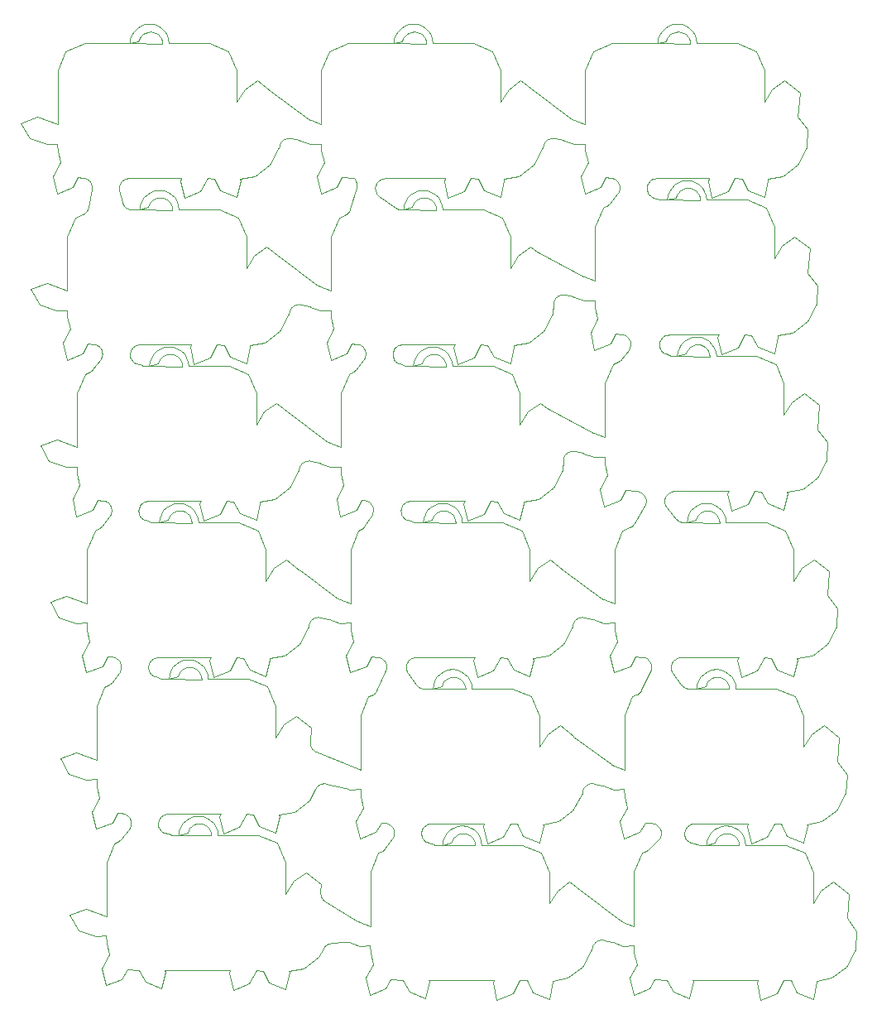
<source format=gko>
%MOIN*%
%OFA0B0*%
%FSLAX44Y44*%
%IPPOS*%
%LPD*%
%ADD10C,0*%
D10*
X00029065Y00006144D02*
X00029065Y00006144D01*
X00027746Y00006155D01*
X00027747Y00006159D01*
X00028101Y00006252D01*
X00028137Y00006355D01*
X00028195Y00006448D01*
X00028273Y00006525D01*
X00028365Y00006583D01*
X00028469Y00006620D01*
X00028577Y00006632D01*
X00028686Y00006620D01*
X00028789Y00006583D01*
X00028882Y00006525D01*
X00028959Y00006448D01*
X00029017Y00006355D01*
X00029053Y00006252D01*
X00029065Y00006144D01*
X00028672Y00012443D02*
X00028672Y00012443D01*
X00027353Y00012455D01*
X00027353Y00012459D01*
X00027708Y00012551D01*
X00027744Y00012655D01*
X00027802Y00012747D01*
X00027879Y00012824D01*
X00027972Y00012883D01*
X00028075Y00012919D01*
X00028183Y00012931D01*
X00028292Y00012919D01*
X00028395Y00012883D01*
X00028488Y00012824D01*
X00028565Y00012747D01*
X00028623Y00012655D01*
X00028659Y00012551D01*
X00028672Y00012443D01*
X00028278Y00019136D02*
X00028278Y00019136D01*
X00026959Y00019148D01*
X00026960Y00019152D01*
X00027314Y00019244D01*
X00027350Y00019348D01*
X00027408Y00019440D01*
X00027485Y00019517D01*
X00027578Y00019576D01*
X00027681Y00019612D01*
X00027790Y00019624D01*
X00027898Y00019612D01*
X00028002Y00019576D01*
X00028094Y00019517D01*
X00028171Y00019440D01*
X00028230Y00019348D01*
X00028266Y00019244D01*
X00028278Y00019136D01*
X00027884Y00025829D02*
X00027884Y00025829D01*
X00026565Y00025840D01*
X00026566Y00025844D01*
X00026920Y00025937D01*
X00026956Y00026040D01*
X00027014Y00026133D01*
X00027092Y00026210D01*
X00027184Y00026268D01*
X00027287Y00026305D01*
X00027396Y00026317D01*
X00027505Y00026305D01*
X00027608Y00026268D01*
X00027700Y00026210D01*
X00027778Y00026133D01*
X00027836Y00026040D01*
X00027872Y00025937D01*
X00027884Y00025829D01*
X00027491Y00032128D02*
X00027491Y00032128D01*
X00026172Y00032140D01*
X00026172Y00032144D01*
X00026526Y00032236D01*
X00026563Y00032340D01*
X00026621Y00032432D01*
X00026698Y00032510D01*
X00026791Y00032568D01*
X00026894Y00032604D01*
X00027002Y00032616D01*
X00027111Y00032604D01*
X00027214Y00032568D01*
X00027307Y00032510D01*
X00027384Y00032432D01*
X00027442Y00032340D01*
X00027478Y00032236D01*
X00027491Y00032128D01*
X00027097Y00038427D02*
X00027097Y00038427D01*
X00025778Y00038439D01*
X00025778Y00038443D01*
X00026133Y00038536D01*
X00026169Y00038639D01*
X00026227Y00038731D01*
X00026304Y00038809D01*
X00026397Y00038867D01*
X00026500Y00038903D01*
X00026609Y00038915D01*
X00026717Y00038903D01*
X00026820Y00038867D01*
X00026913Y00038809D01*
X00026990Y00038731D01*
X00027049Y00038639D01*
X00027085Y00038536D01*
X00027097Y00038427D01*
X00018435Y00006144D02*
X00018435Y00006144D01*
X00017117Y00006155D01*
X00017117Y00006159D01*
X00017471Y00006252D01*
X00017507Y00006355D01*
X00017566Y00006448D01*
X00017643Y00006525D01*
X00017735Y00006583D01*
X00017839Y00006620D01*
X00017947Y00006632D01*
X00018056Y00006620D01*
X00018159Y00006583D01*
X00018252Y00006525D01*
X00018329Y00006448D01*
X00018387Y00006355D01*
X00018423Y00006252D01*
X00018435Y00006144D01*
X00018042Y00012443D02*
X00018042Y00012443D01*
X00016723Y00012455D01*
X00016723Y00012459D01*
X00017078Y00012551D01*
X00017114Y00012655D01*
X00017172Y00012747D01*
X00017249Y00012824D01*
X00017342Y00012883D01*
X00017445Y00012919D01*
X00017554Y00012931D01*
X00017662Y00012919D01*
X00017765Y00012883D01*
X00017858Y00012824D01*
X00017935Y00012747D01*
X00017993Y00012655D01*
X00018029Y00012551D01*
X00018042Y00012443D01*
X00017254Y00025435D02*
X00017254Y00025435D01*
X00015935Y00025447D01*
X00015936Y00025451D01*
X00016290Y00025544D01*
X00016326Y00025647D01*
X00016384Y00025739D01*
X00016462Y00025817D01*
X00016554Y00025875D01*
X00016658Y00025911D01*
X00016766Y00025923D01*
X00016875Y00025911D01*
X00016978Y00025875D01*
X00017071Y00025817D01*
X00017148Y00025739D01*
X00017206Y00025647D01*
X00017242Y00025544D01*
X00017254Y00025435D01*
X00016861Y00031734D02*
X00016861Y00031734D01*
X00015542Y00031746D01*
X00015542Y00031750D01*
X00015896Y00031843D01*
X00015933Y00031946D01*
X00015991Y00032039D01*
X00016068Y00032116D01*
X00016161Y00032174D01*
X00016264Y00032210D01*
X00016372Y00032222D01*
X00016481Y00032210D01*
X00016584Y00032174D01*
X00016677Y00032116D01*
X00016754Y00032039D01*
X00016812Y00031946D01*
X00016848Y00031843D01*
X00016861Y00031734D01*
X00017648Y00019136D02*
X00017648Y00019136D01*
X00016329Y00019148D01*
X00016330Y00019152D01*
X00016684Y00019244D01*
X00016720Y00019348D01*
X00016778Y00019440D01*
X00016855Y00019517D01*
X00016948Y00019576D01*
X00017051Y00019612D01*
X00017160Y00019624D01*
X00017268Y00019612D01*
X00017372Y00019576D01*
X00017464Y00019517D01*
X00017542Y00019440D01*
X00017600Y00019348D01*
X00017636Y00019244D01*
X00017648Y00019136D01*
X00016467Y00038427D02*
X00016467Y00038427D01*
X00015148Y00038439D01*
X00015148Y00038443D01*
X00015503Y00038536D01*
X00015539Y00038639D01*
X00015597Y00038731D01*
X00015674Y00038809D01*
X00015767Y00038867D01*
X00015870Y00038903D01*
X00015979Y00038915D01*
X00016087Y00038903D01*
X00016191Y00038867D01*
X00016283Y00038809D01*
X00016360Y00038731D01*
X00016419Y00038639D01*
X00016455Y00038536D01*
X00016467Y00038427D01*
X00007806Y00006537D02*
X00007806Y00006537D01*
X00006487Y00006549D01*
X00006487Y00006553D01*
X00006841Y00006646D01*
X00006877Y00006749D01*
X00006936Y00006842D01*
X00007013Y00006919D01*
X00007105Y00006977D01*
X00007209Y00007013D01*
X00007317Y00007025D01*
X00007426Y00007013D01*
X00007529Y00006977D01*
X00007622Y00006919D01*
X00007699Y00006842D01*
X00007757Y00006749D01*
X00007793Y00006646D01*
X00007806Y00006537D01*
X00007412Y00012836D02*
X00007412Y00012836D01*
X00006093Y00012848D01*
X00006093Y00012852D01*
X00006448Y00012945D01*
X00006484Y00013048D01*
X00006542Y00013141D01*
X00006619Y00013218D01*
X00006712Y00013276D01*
X00006815Y00013312D01*
X00006924Y00013325D01*
X00007032Y00013312D01*
X00007135Y00013276D01*
X00007228Y00013218D01*
X00007305Y00013141D01*
X00007363Y00013048D01*
X00007400Y00012945D01*
X00007412Y00012836D01*
X00007018Y00019136D02*
X00007018Y00019136D01*
X00005699Y00019148D01*
X00005700Y00019152D01*
X00006054Y00019244D01*
X00006090Y00019348D01*
X00006148Y00019440D01*
X00006226Y00019517D01*
X00006318Y00019576D01*
X00006421Y00019612D01*
X00006530Y00019624D01*
X00006639Y00019612D01*
X00006742Y00019576D01*
X00006834Y00019517D01*
X00006912Y00019440D01*
X00006970Y00019348D01*
X00007006Y00019244D01*
X00007018Y00019136D01*
X00006624Y00025435D02*
X00006624Y00025435D01*
X00005306Y00025447D01*
X00005306Y00025451D01*
X00005660Y00025544D01*
X00005696Y00025647D01*
X00005755Y00025739D01*
X00005832Y00025817D01*
X00005924Y00025875D01*
X00006028Y00025911D01*
X00006136Y00025923D01*
X00006245Y00025911D01*
X00006348Y00025875D01*
X00006441Y00025817D01*
X00006518Y00025739D01*
X00006576Y00025647D01*
X00006612Y00025544D01*
X00006624Y00025435D01*
X00005837Y00038427D02*
X00005837Y00038427D01*
X00004518Y00038439D01*
X00004519Y00038443D01*
X00004873Y00038536D01*
X00004909Y00038639D01*
X00004967Y00038731D01*
X00005044Y00038809D01*
X00005137Y00038867D01*
X00005240Y00038903D01*
X00005349Y00038915D01*
X00005457Y00038903D01*
X00005561Y00038867D01*
X00005653Y00038809D01*
X00005730Y00038731D01*
X00005789Y00038639D01*
X00005825Y00038536D01*
X00005837Y00038427D01*
X00006231Y00031734D02*
X00006231Y00031734D01*
X00004912Y00031746D01*
X00004912Y00031750D01*
X00005267Y00031843D01*
X00005303Y00031946D01*
X00005361Y00032039D01*
X00005438Y00032116D01*
X00005531Y00032174D01*
X00005634Y00032210D01*
X00005743Y00032222D01*
X00005851Y00032210D01*
X00005954Y00032174D01*
X00006047Y00032116D01*
X00006124Y00032039D01*
X00006182Y00031946D01*
X00006218Y00031843D01*
X00006231Y00031734D01*
X00016894Y00006160D02*
X00016894Y00006160D01*
X00016888Y00006160D01*
X00016882Y00006160D01*
X00016876Y00006160D01*
X00016870Y00006161D01*
X00016864Y00006161D01*
X00016858Y00006162D01*
X00016852Y00006162D01*
X00016846Y00006163D01*
X00016840Y00006164D01*
X00016834Y00006164D01*
X00016828Y00006165D01*
X00016822Y00006166D01*
X00016817Y00006168D01*
X00016811Y00006169D01*
X00016805Y00006170D01*
X00016799Y00006172D01*
X00016793Y00006173D01*
X00016788Y00006175D01*
X00016782Y00006176D01*
X00016776Y00006178D01*
X00016541Y00006252D01*
X00016489Y00006273D01*
X00016441Y00006301D01*
X00016397Y00006335D01*
X00016358Y00006375D01*
X00016325Y00006420D01*
X00016299Y00006469D01*
X00016281Y00006522D01*
X00016269Y00006577D01*
X00016266Y00006632D01*
X00016271Y00006688D01*
X00016283Y00006742D01*
X00016303Y00006794D01*
X00016330Y00006843D01*
X00016364Y00006887D01*
X00016403Y00006927D01*
X00016448Y00006960D01*
X00016497Y00006986D01*
X00016550Y00007006D01*
X00016604Y00007018D01*
X00016660Y00007022D01*
X00018806Y00007022D01*
X00018754Y00006919D01*
X00018912Y00006234D01*
X00019565Y00006494D01*
X00019845Y00007022D01*
X00020120Y00007006D01*
X00020369Y00006529D01*
X00021026Y00006266D01*
X00021180Y00006943D01*
X00021164Y00006990D01*
X00021774Y00007104D01*
X00022372Y00007565D01*
X00022743Y00008262D01*
X00022743Y00008271D01*
X00022746Y00008305D01*
X00022752Y00008339D01*
X00022762Y00008373D01*
X00022774Y00008405D01*
X00022789Y00008436D01*
X00022806Y00008466D01*
X00022826Y00008494D01*
X00022849Y00008521D01*
X00022874Y00008545D01*
X00022900Y00008567D01*
X00022929Y00008586D01*
X00022959Y00008603D01*
X00022991Y00008618D01*
X00023024Y00008629D01*
X00023057Y00008637D01*
X00023091Y00008643D01*
X00023126Y00008645D01*
X00023161Y00008645D01*
X00023195Y00008641D01*
X00023229Y00008634D01*
X00023558Y00008554D01*
X00023559Y00008554D01*
X00023561Y00008554D01*
X00023563Y00008553D01*
X00023565Y00008553D01*
X00023567Y00008552D01*
X00023569Y00008552D01*
X00023570Y00008551D01*
X00023572Y00008551D01*
X00023574Y00008550D01*
X00023576Y00008550D01*
X00023578Y00008549D01*
X00023579Y00008549D01*
X00023581Y00008548D01*
X00023583Y00008547D01*
X00023585Y00008547D01*
X00023587Y00008546D01*
X00023588Y00008546D01*
X00023590Y00008545D01*
X00023592Y00008544D01*
X00023594Y00008544D01*
X00024010Y00008399D01*
X00024439Y00008411D01*
X00024443Y00008124D01*
X00024550Y00007655D01*
X00024258Y00007104D01*
X00024420Y00006411D01*
X00025069Y00006671D01*
X00025274Y00007057D01*
X00025554Y00007037D01*
X00025599Y00007031D01*
X00025643Y00007020D01*
X00025686Y00007004D01*
X00025726Y00006983D01*
X00025764Y00006958D01*
X00025798Y00006929D01*
X00025829Y00006895D01*
X00025856Y00006859D01*
X00025879Y00006819D01*
X00025897Y00006778D01*
X00025909Y00006734D01*
X00025917Y00006689D01*
X00025920Y00006644D01*
X00025917Y00006599D01*
X00025909Y00006554D01*
X00025897Y00006511D01*
X00025879Y00006469D01*
X00025856Y00006429D01*
X00025829Y00006393D01*
X00025798Y00006360D01*
X00025384Y00005964D01*
X00025379Y00005959D01*
X00025374Y00005954D01*
X00025368Y00005949D01*
X00025363Y00005945D01*
X00025357Y00005940D01*
X00025351Y00005936D01*
X00025345Y00005931D01*
X00025339Y00005927D01*
X00025333Y00005923D01*
X00025327Y00005919D01*
X00025321Y00005915D01*
X00025315Y00005911D01*
X00025309Y00005907D01*
X00025302Y00005904D01*
X00025296Y00005900D01*
X00025289Y00005897D01*
X00025283Y00005894D01*
X00025276Y00005891D01*
X00025270Y00005888D01*
X00025263Y00005885D01*
X00025263Y00005885D01*
X00025156Y00005840D01*
X00024837Y00005073D01*
X00024837Y00002899D01*
X00024405Y00003057D01*
X00024405Y00003057D01*
X00024400Y00003059D01*
X00024395Y00003061D01*
X00024389Y00003063D01*
X00024384Y00003066D01*
X00024379Y00003068D01*
X00024374Y00003070D01*
X00024369Y00003073D01*
X00024364Y00003075D01*
X00024358Y00003078D01*
X00024353Y00003081D01*
X00024348Y00003083D01*
X00024343Y00003086D01*
X00024339Y00003089D01*
X00024334Y00003092D01*
X00024329Y00003095D01*
X00024324Y00003098D01*
X00024319Y00003101D01*
X00024315Y00003105D01*
X00024310Y00003108D01*
X00024305Y00003111D01*
X00022793Y00004237D01*
X00022793Y00004237D01*
X00022793Y00004238D01*
X00022792Y00004238D01*
X00022792Y00004238D01*
X00022791Y00004239D01*
X00022791Y00004239D01*
X00022790Y00004239D01*
X00022790Y00004240D01*
X00022789Y00004240D01*
X00022789Y00004240D01*
X00022789Y00004241D01*
X00022788Y00004241D01*
X00022788Y00004241D01*
X00022787Y00004242D01*
X00022787Y00004242D01*
X00022786Y00004242D01*
X00022786Y00004243D01*
X00022785Y00004243D01*
X00022785Y00004244D01*
X00022785Y00004244D01*
X00022785Y00004244D01*
X00022239Y00004675D01*
X00021743Y00004313D01*
X00021420Y00003805D01*
X00021420Y00005065D01*
X00021097Y00005844D01*
X00020321Y00006163D01*
X00020317Y00006163D01*
X00018691Y00006155D01*
X00018672Y00006331D01*
X00018613Y00006497D01*
X00018520Y00006646D01*
X00018395Y00006771D01*
X00018246Y00006865D01*
X00018079Y00006923D01*
X00017904Y00006943D01*
X00017729Y00006923D01*
X00017562Y00006865D01*
X00017413Y00006771D01*
X00017288Y00006646D01*
X00017195Y00006497D01*
X00017136Y00006331D01*
X00017117Y00006159D01*
X00017117Y00006159D01*
X00016894Y00006160D01*
X00016376Y00012459D02*
X00016376Y00012459D01*
X00016376Y00012459D01*
X00016358Y00012460D01*
X00016339Y00012461D01*
X00016321Y00012463D01*
X00016303Y00012466D01*
X00016285Y00012470D01*
X00016267Y00012475D01*
X00016249Y00012481D01*
X00016232Y00012487D01*
X00016214Y00012495D01*
X00016198Y00012503D01*
X00016181Y00012511D01*
X00016166Y00012521D01*
X00016150Y00012531D01*
X00016135Y00012543D01*
X00016121Y00012554D01*
X00016107Y00012567D01*
X00016094Y00012580D01*
X00016081Y00012593D01*
X00016069Y00012608D01*
X00016058Y00012622D01*
X00015720Y00013090D01*
X00015697Y00013127D01*
X00015678Y00013165D01*
X00015663Y00013206D01*
X00015652Y00013248D01*
X00015647Y00013291D01*
X00015646Y00013334D01*
X00015650Y00013377D01*
X00015658Y00013419D01*
X00015671Y00013460D01*
X00015689Y00013500D01*
X00015711Y00013537D01*
X00015736Y00013572D01*
X00015766Y00013604D01*
X00015798Y00013632D01*
X00015834Y00013657D01*
X00015872Y00013677D01*
X00015912Y00013693D01*
X00015954Y00013705D01*
X00015996Y00013712D01*
X00016039Y00013714D01*
X00018412Y00013714D01*
X00018361Y00013612D01*
X00018518Y00012927D01*
X00019172Y00013187D01*
X00019451Y00013714D01*
X00019727Y00013699D01*
X00019975Y00013222D01*
X00020632Y00012959D01*
X00020786Y00013636D01*
X00020770Y00013683D01*
X00021380Y00013797D01*
X00021979Y00014258D01*
X00022349Y00014955D01*
X00022349Y00014964D01*
X00022352Y00014998D01*
X00022359Y00015032D01*
X00022368Y00015066D01*
X00022380Y00015098D01*
X00022395Y00015129D01*
X00022412Y00015159D01*
X00022433Y00015187D01*
X00022455Y00015214D01*
X00022480Y00015238D01*
X00022507Y00015260D01*
X00022535Y00015279D01*
X00022566Y00015296D01*
X00022597Y00015310D01*
X00022630Y00015322D01*
X00022664Y00015330D01*
X00022698Y00015336D01*
X00022732Y00015338D01*
X00022767Y00015337D01*
X00022801Y00015334D01*
X00022835Y00015327D01*
X00023164Y00015247D01*
X00023166Y00015247D01*
X00023168Y00015246D01*
X00023169Y00015246D01*
X00023171Y00015246D01*
X00023173Y00015245D01*
X00023175Y00015245D01*
X00023177Y00015244D01*
X00023178Y00015244D01*
X00023180Y00015243D01*
X00023182Y00015242D01*
X00023184Y00015242D01*
X00023186Y00015241D01*
X00023188Y00015241D01*
X00023189Y00015240D01*
X00023191Y00015240D01*
X00023193Y00015239D01*
X00023195Y00015239D01*
X00023196Y00015238D01*
X00023198Y00015237D01*
X00023200Y00015237D01*
X00023617Y00015092D01*
X00024046Y00015104D01*
X00024050Y00014817D01*
X00024156Y00014348D01*
X00023865Y00013797D01*
X00024026Y00013104D01*
X00024676Y00013364D01*
X00024880Y00013750D01*
X00025165Y00013730D01*
X00025203Y00013725D01*
X00025240Y00013717D01*
X00025277Y00013705D01*
X00025312Y00013690D01*
X00025345Y00013671D01*
X00025376Y00013650D01*
X00025406Y00013625D01*
X00025432Y00013598D01*
X00025456Y00013568D01*
X00025477Y00013536D01*
X00025495Y00013502D01*
X00025509Y00013467D01*
X00025520Y00013430D01*
X00025527Y00013393D01*
X00025531Y00013355D01*
X00025530Y00013316D01*
X00025527Y00013278D01*
X00025519Y00013241D01*
X00025508Y00013205D01*
X00025494Y00013169D01*
X00025134Y00012405D01*
X00025127Y00012392D01*
X00025121Y00012379D01*
X00025113Y00012366D01*
X00025105Y00012354D01*
X00025097Y00012342D01*
X00025088Y00012330D01*
X00025079Y00012319D01*
X00025070Y00012308D01*
X00025060Y00012298D01*
X00025049Y00012287D01*
X00025039Y00012277D01*
X00025028Y00012268D01*
X00025016Y00012259D01*
X00025005Y00012250D01*
X00024992Y00012242D01*
X00024980Y00012235D01*
X00024968Y00012227D01*
X00024955Y00012221D01*
X00024942Y00012214D01*
X00024928Y00012208D01*
X00024762Y00012140D01*
X00024443Y00011372D01*
X00024443Y00009199D01*
X00024012Y00009356D01*
X00024006Y00009358D01*
X00024001Y00009360D01*
X00023996Y00009363D01*
X00023990Y00009365D01*
X00023985Y00009367D01*
X00023980Y00009370D01*
X00023975Y00009372D01*
X00023970Y00009375D01*
X00023965Y00009377D01*
X00023960Y00009380D01*
X00023955Y00009383D01*
X00023950Y00009385D01*
X00023945Y00009388D01*
X00023940Y00009391D01*
X00023935Y00009394D01*
X00023930Y00009397D01*
X00023926Y00009401D01*
X00023921Y00009404D01*
X00023916Y00009407D01*
X00023912Y00009410D01*
X00022400Y00010536D01*
X00022399Y00010537D01*
X00022399Y00010537D01*
X00022398Y00010537D01*
X00022398Y00010538D01*
X00022397Y00010538D01*
X00022397Y00010538D01*
X00022397Y00010539D01*
X00022396Y00010539D01*
X00022396Y00010539D01*
X00022395Y00010540D01*
X00022395Y00010540D01*
X00022394Y00010540D01*
X00022394Y00010541D01*
X00022393Y00010541D01*
X00022393Y00010541D01*
X00022393Y00010542D01*
X00022392Y00010542D01*
X00022392Y00010542D01*
X00022391Y00010543D01*
X00022391Y00010543D01*
X00022391Y00010543D01*
X00021845Y00010974D01*
X00021349Y00010612D01*
X00021026Y00010104D01*
X00021026Y00011364D01*
X00020703Y00012144D01*
X00019928Y00012462D01*
X00019924Y00012462D01*
X00018298Y00012455D01*
X00018278Y00012630D01*
X00018220Y00012796D01*
X00018126Y00012946D01*
X00018001Y00013070D01*
X00017852Y00013164D01*
X00017685Y00013222D01*
X00017510Y00013242D01*
X00017335Y00013222D01*
X00017169Y00013164D01*
X00017019Y00013070D01*
X00016895Y00012946D01*
X00016801Y00012796D01*
X00016743Y00012630D01*
X00016723Y00012459D01*
X00016723Y00012459D01*
X00016376Y00012459D01*
X00016053Y00019152D02*
X00016053Y00019152D01*
X00016046Y00019152D01*
X00016040Y00019152D01*
X00016034Y00019153D01*
X00016027Y00019153D01*
X00016021Y00019153D01*
X00016015Y00019154D01*
X00016009Y00019155D01*
X00016002Y00019155D01*
X00015996Y00019156D01*
X00015990Y00019157D01*
X00015984Y00019158D01*
X00015977Y00019160D01*
X00015971Y00019161D01*
X00015965Y00019162D01*
X00015959Y00019164D01*
X00015953Y00019165D01*
X00015947Y00019167D01*
X00015940Y00019169D01*
X00015934Y00019171D01*
X00015928Y00019172D01*
X00015707Y00019247D01*
X00015656Y00019268D01*
X00015608Y00019296D01*
X00015565Y00019331D01*
X00015527Y00019371D01*
X00015495Y00019417D01*
X00015470Y00019466D01*
X00015452Y00019518D01*
X00015441Y00019573D01*
X00015439Y00019628D01*
X00015444Y00019683D01*
X00015456Y00019737D01*
X00015477Y00019789D01*
X00015504Y00019837D01*
X00015538Y00019881D01*
X00015577Y00019920D01*
X00015622Y00019953D01*
X00015671Y00019979D01*
X00015723Y00019998D01*
X00015777Y00020010D01*
X00015832Y00020014D01*
X00018018Y00020014D01*
X00017967Y00019911D01*
X00018124Y00019226D01*
X00018778Y00019486D01*
X00019057Y00020014D01*
X00019333Y00019998D01*
X00019581Y00019522D01*
X00020239Y00019258D01*
X00020392Y00019935D01*
X00020376Y00019982D01*
X00020987Y00020096D01*
X00021585Y00020557D01*
X00021955Y00021254D01*
X00021975Y00021655D01*
X00021978Y00021690D01*
X00021984Y00021724D01*
X00021993Y00021758D01*
X00022006Y00021790D01*
X00022021Y00021822D01*
X00022039Y00021852D01*
X00022059Y00021880D01*
X00022082Y00021906D01*
X00022107Y00021931D01*
X00022134Y00021953D01*
X00022163Y00021972D01*
X00022193Y00021989D01*
X00022225Y00022003D01*
X00022258Y00022014D01*
X00022292Y00022022D01*
X00022326Y00022028D01*
X00022361Y00022030D01*
X00022396Y00022029D01*
X00022430Y00022025D01*
X00022465Y00022018D01*
X00022774Y00021939D01*
X00022776Y00021939D01*
X00022777Y00021938D01*
X00022779Y00021938D01*
X00022781Y00021938D01*
X00022782Y00021937D01*
X00022784Y00021937D01*
X00022785Y00021936D01*
X00022787Y00021936D01*
X00022789Y00021935D01*
X00022790Y00021935D01*
X00022792Y00021934D01*
X00022794Y00021934D01*
X00022795Y00021933D01*
X00022797Y00021933D01*
X00022798Y00021932D01*
X00022800Y00021932D01*
X00022802Y00021931D01*
X00022803Y00021931D01*
X00022805Y00021930D01*
X00022806Y00021930D01*
X00023223Y00021785D01*
X00023652Y00021797D01*
X00023656Y00021510D01*
X00023762Y00021041D01*
X00023471Y00020490D01*
X00023632Y00019797D01*
X00024282Y00020057D01*
X00024487Y00020443D01*
X00024948Y00020410D01*
X00024988Y00020405D01*
X00025027Y00020396D01*
X00025065Y00020383D01*
X00025101Y00020367D01*
X00025136Y00020346D01*
X00025168Y00020323D01*
X00025198Y00020296D01*
X00025225Y00020266D01*
X00025249Y00020234D01*
X00025269Y00020199D01*
X00025286Y00020163D01*
X00025299Y00020125D01*
X00025308Y00020086D01*
X00025313Y00020046D01*
X00025314Y00020006D01*
X00025310Y00019966D01*
X00025303Y00019927D01*
X00025292Y00019888D01*
X00025277Y00019851D01*
X00025258Y00019816D01*
X00024840Y00019113D01*
X00024834Y00019102D01*
X00024827Y00019091D01*
X00024819Y00019081D01*
X00024812Y00019071D01*
X00024804Y00019061D01*
X00024796Y00019052D01*
X00024787Y00019042D01*
X00024778Y00019033D01*
X00024769Y00019025D01*
X00024760Y00019016D01*
X00024750Y00019008D01*
X00024740Y00019000D01*
X00024730Y00018993D01*
X00024719Y00018986D01*
X00024709Y00018979D01*
X00024698Y00018972D01*
X00024687Y00018966D01*
X00024676Y00018961D01*
X00024664Y00018955D01*
X00024652Y00018950D01*
X00024369Y00018833D01*
X00024050Y00018065D01*
X00024050Y00015892D01*
X00023618Y00016049D01*
X00023613Y00016051D01*
X00023607Y00016053D01*
X00023602Y00016056D01*
X00023597Y00016058D01*
X00023592Y00016060D01*
X00023586Y00016062D01*
X00023581Y00016065D01*
X00023576Y00016067D01*
X00023571Y00016070D01*
X00023566Y00016073D01*
X00023561Y00016075D01*
X00023556Y00016078D01*
X00023551Y00016081D01*
X00023546Y00016084D01*
X00023541Y00016087D01*
X00023537Y00016090D01*
X00023532Y00016093D01*
X00023527Y00016097D01*
X00023523Y00016100D01*
X00023518Y00016103D01*
X00022006Y00017229D01*
X00022006Y00017230D01*
X00022005Y00017230D01*
X00022005Y00017230D01*
X00022004Y00017231D01*
X00022004Y00017231D01*
X00022003Y00017231D01*
X00022003Y00017232D01*
X00022002Y00017232D01*
X00022002Y00017232D01*
X00022002Y00017233D01*
X00022001Y00017233D01*
X00022001Y00017233D01*
X00022000Y00017234D01*
X00022000Y00017234D01*
X00021999Y00017234D01*
X00021999Y00017235D01*
X00021998Y00017235D01*
X00021998Y00017235D01*
X00021998Y00017236D01*
X00021997Y00017236D01*
X00021451Y00017667D01*
X00020955Y00017305D01*
X00020632Y00016797D01*
X00020632Y00018057D01*
X00020309Y00018836D01*
X00019534Y00019155D01*
X00019530Y00019155D01*
X00017904Y00019148D01*
X00017884Y00019323D01*
X00017826Y00019489D01*
X00017732Y00019638D01*
X00017607Y00019763D01*
X00017458Y00019857D01*
X00017292Y00019915D01*
X00017117Y00019935D01*
X00016941Y00019915D01*
X00016775Y00019857D01*
X00016626Y00019763D01*
X00016501Y00019638D01*
X00016407Y00019489D01*
X00016349Y00019323D01*
X00016330Y00019152D01*
X00016329Y00019151D01*
X00016053Y00019152D01*
X00015739Y00025451D02*
X00015739Y00025451D01*
X00015733Y00025451D01*
X00015728Y00025451D01*
X00015722Y00025452D01*
X00015716Y00025452D01*
X00015710Y00025452D01*
X00015704Y00025453D01*
X00015698Y00025453D01*
X00015692Y00025454D01*
X00015687Y00025455D01*
X00015681Y00025456D01*
X00015675Y00025457D01*
X00015669Y00025458D01*
X00015663Y00025459D01*
X00015658Y00025460D01*
X00015652Y00025461D01*
X00015646Y00025462D01*
X00015640Y00025464D01*
X00015635Y00025465D01*
X00015629Y00025467D01*
X00015623Y00025469D01*
X00015384Y00025543D01*
X00015332Y00025563D01*
X00015283Y00025591D01*
X00015239Y00025625D01*
X00015200Y00025665D01*
X00015167Y00025710D01*
X00015141Y00025759D01*
X00015122Y00025812D01*
X00015110Y00025867D01*
X00015107Y00025922D01*
X00015111Y00025978D01*
X00015124Y00026033D01*
X00015143Y00026085D01*
X00015170Y00026134D01*
X00015204Y00026178D01*
X00015244Y00026218D01*
X00015289Y00026251D01*
X00015338Y00026278D01*
X00015390Y00026297D01*
X00015445Y00026309D01*
X00015501Y00026313D01*
X00017624Y00026313D01*
X00017573Y00026211D01*
X00017731Y00025525D01*
X00018384Y00025785D01*
X00018664Y00026313D01*
X00018939Y00026297D01*
X00019187Y00025821D01*
X00019845Y00025557D01*
X00019998Y00026234D01*
X00019983Y00026281D01*
X00020593Y00026396D01*
X00021191Y00026856D01*
X00021561Y00027553D01*
X00021581Y00027954D01*
X00021584Y00027989D01*
X00021590Y00028023D01*
X00021600Y00028057D01*
X00021612Y00028090D01*
X00021627Y00028121D01*
X00021645Y00028151D01*
X00021665Y00028179D01*
X00021688Y00028206D01*
X00021713Y00028230D01*
X00021740Y00028252D01*
X00021769Y00028271D01*
X00021799Y00028288D01*
X00021831Y00028302D01*
X00021864Y00028313D01*
X00021898Y00028322D01*
X00021933Y00028327D01*
X00021967Y00028329D01*
X00022002Y00028328D01*
X00022037Y00028324D01*
X00022071Y00028317D01*
X00022380Y00028239D01*
X00022382Y00028238D01*
X00022384Y00028238D01*
X00022385Y00028237D01*
X00022387Y00028237D01*
X00022389Y00028236D01*
X00022390Y00028236D01*
X00022392Y00028235D01*
X00022393Y00028235D01*
X00022395Y00028235D01*
X00022397Y00028234D01*
X00022398Y00028234D01*
X00022400Y00028233D01*
X00022401Y00028233D01*
X00022403Y00028232D01*
X00022405Y00028232D01*
X00022406Y00028231D01*
X00022408Y00028231D01*
X00022409Y00028230D01*
X00022411Y00028229D01*
X00022413Y00028229D01*
X00022829Y00028085D01*
X00023258Y00028096D01*
X00023262Y00027809D01*
X00023369Y00027340D01*
X00023077Y00026789D01*
X00023239Y00026096D01*
X00023888Y00026356D01*
X00024093Y00026742D01*
X00024328Y00026725D01*
X00024370Y00026720D01*
X00024411Y00026710D01*
X00024451Y00026696D01*
X00024489Y00026678D01*
X00024525Y00026655D01*
X00024559Y00026629D01*
X00024589Y00026600D01*
X00024616Y00026567D01*
X00024639Y00026532D01*
X00024659Y00026494D01*
X00024674Y00026455D01*
X00024685Y00026414D01*
X00024692Y00026372D01*
X00024694Y00026329D01*
X00024691Y00026287D01*
X00024684Y00026245D01*
X00024672Y00026205D01*
X00024656Y00026165D01*
X00024636Y00026128D01*
X00024612Y00026093D01*
X00024336Y00025732D01*
X00024330Y00025724D01*
X00024323Y00025716D01*
X00024316Y00025709D01*
X00024309Y00025701D01*
X00024302Y00025694D01*
X00024295Y00025686D01*
X00024287Y00025679D01*
X00024279Y00025673D01*
X00024272Y00025666D01*
X00024263Y00025660D01*
X00024255Y00025653D01*
X00024247Y00025647D01*
X00024238Y00025642D01*
X00024229Y00025636D01*
X00024221Y00025631D01*
X00024212Y00025626D01*
X00024202Y00025621D01*
X00024193Y00025616D01*
X00024184Y00025612D01*
X00024174Y00025608D01*
X00023975Y00025525D01*
X00023656Y00024758D01*
X00023656Y00022585D01*
X00023224Y00022742D01*
X00023222Y00022743D01*
X00023219Y00022744D01*
X00023217Y00022745D01*
X00023214Y00022746D01*
X00023211Y00022747D01*
X00023209Y00022748D01*
X00023206Y00022749D01*
X00023204Y00022750D01*
X00023201Y00022751D01*
X00023199Y00022753D01*
X00023196Y00022754D01*
X00023194Y00022755D01*
X00023191Y00022756D01*
X00023189Y00022757D01*
X00023186Y00022758D01*
X00023184Y00022760D01*
X00023181Y00022761D01*
X00023179Y00022762D01*
X00023177Y00022763D01*
X00023174Y00022765D01*
X00021375Y00023724D01*
X00021372Y00023725D01*
X00021369Y00023727D01*
X00021366Y00023729D01*
X00021363Y00023731D01*
X00021360Y00023732D01*
X00021357Y00023734D01*
X00021354Y00023736D01*
X00021351Y00023738D01*
X00021348Y00023740D01*
X00021345Y00023742D01*
X00021342Y00023744D01*
X00021339Y00023745D01*
X00021336Y00023747D01*
X00021333Y00023750D01*
X00021330Y00023752D01*
X00021327Y00023754D01*
X00021324Y00023756D01*
X00021322Y00023758D01*
X00021319Y00023760D01*
X00021316Y00023762D01*
X00021057Y00023966D01*
X00020561Y00023604D01*
X00020239Y00023096D01*
X00020239Y00024356D01*
X00019916Y00025136D01*
X00019140Y00025455D01*
X00019136Y00025455D01*
X00017510Y00025447D01*
X00017490Y00025622D01*
X00017432Y00025788D01*
X00017338Y00025938D01*
X00017214Y00026062D01*
X00017064Y00026156D01*
X00016898Y00026214D01*
X00016723Y00026234D01*
X00016548Y00026214D01*
X00016381Y00026156D01*
X00016232Y00026062D01*
X00016107Y00025938D01*
X00016013Y00025788D01*
X00015955Y00025622D01*
X00015936Y00025451D01*
X00015935Y00025451D01*
X00015739Y00025451D01*
X00015441Y00031750D02*
X00015441Y00031750D01*
X00015429Y00031750D01*
X00015416Y00031751D01*
X00015404Y00031752D01*
X00015392Y00031753D01*
X00015380Y00031755D01*
X00015367Y00031757D01*
X00015355Y00031760D01*
X00015343Y00031763D01*
X00015331Y00031766D01*
X00015320Y00031770D01*
X00015308Y00031774D01*
X00015296Y00031778D01*
X00015285Y00031783D01*
X00015274Y00031788D01*
X00015263Y00031793D01*
X00015252Y00031799D01*
X00015241Y00031805D01*
X00015231Y00031812D01*
X00015220Y00031818D01*
X00015210Y00031825D01*
X00014567Y00032294D01*
X00014529Y00032325D01*
X00014495Y00032361D01*
X00014466Y00032401D01*
X00014442Y00032445D01*
X00014424Y00032491D01*
X00014411Y00032538D01*
X00014405Y00032588D01*
X00014405Y00032637D01*
X00014412Y00032686D01*
X00014424Y00032734D01*
X00014442Y00032780D01*
X00014466Y00032823D01*
X00014495Y00032863D01*
X00014529Y00032899D01*
X00014567Y00032931D01*
X00014609Y00032957D01*
X00014653Y00032978D01*
X00014700Y00032993D01*
X00014749Y00033003D01*
X00014798Y00033006D01*
X00017231Y00033006D01*
X00017180Y00032903D01*
X00017337Y00032218D01*
X00017991Y00032478D01*
X00018270Y00033006D01*
X00018546Y00032990D01*
X00018794Y00032514D01*
X00019451Y00032250D01*
X00019605Y00032927D01*
X00019589Y00032974D01*
X00020199Y00033088D01*
X00020798Y00033549D01*
X00021168Y00034246D01*
X00021168Y00034255D01*
X00021171Y00034289D01*
X00021178Y00034324D01*
X00021187Y00034357D01*
X00021199Y00034389D01*
X00021214Y00034421D01*
X00021231Y00034451D01*
X00021252Y00034479D01*
X00021274Y00034505D01*
X00021299Y00034529D01*
X00021326Y00034551D01*
X00021354Y00034571D01*
X00021384Y00034588D01*
X00021416Y00034602D01*
X00021449Y00034613D01*
X00021482Y00034622D01*
X00021517Y00034627D01*
X00021551Y00034629D01*
X00021586Y00034629D01*
X00021620Y00034625D01*
X00021654Y00034618D01*
X00021983Y00034539D01*
X00021985Y00034538D01*
X00021986Y00034538D01*
X00021988Y00034537D01*
X00021990Y00034537D01*
X00021992Y00034536D01*
X00021994Y00034536D01*
X00021996Y00034535D01*
X00021997Y00034535D01*
X00021999Y00034534D01*
X00022001Y00034534D01*
X00022003Y00034533D01*
X00022005Y00034533D01*
X00022006Y00034532D01*
X00022008Y00034532D01*
X00022010Y00034531D01*
X00022012Y00034530D01*
X00022014Y00034530D01*
X00022015Y00034529D01*
X00022017Y00034529D01*
X00022019Y00034528D01*
X00022435Y00034384D01*
X00022865Y00034396D01*
X00022869Y00034108D01*
X00022975Y00033640D01*
X00022683Y00033088D01*
X00022845Y00032396D01*
X00023494Y00032655D01*
X00023699Y00033041D01*
X00023886Y00033028D01*
X00023928Y00033023D01*
X00023970Y00033013D01*
X00024010Y00032998D01*
X00024048Y00032980D01*
X00024084Y00032957D01*
X00024118Y00032931D01*
X00024148Y00032901D01*
X00024175Y00032868D01*
X00024199Y00032833D01*
X00024218Y00032795D01*
X00024233Y00032755D01*
X00024244Y00032714D01*
X00024250Y00032672D01*
X00024252Y00032629D01*
X00024249Y00032586D01*
X00024241Y00032545D01*
X00024229Y00032504D01*
X00024213Y00032464D01*
X00024192Y00032427D01*
X00024168Y00032392D01*
X00023854Y00031993D01*
X00023848Y00031985D01*
X00023842Y00031977D01*
X00023835Y00031970D01*
X00023828Y00031962D01*
X00023821Y00031955D01*
X00023814Y00031948D01*
X00023806Y00031941D01*
X00023798Y00031935D01*
X00023791Y00031928D01*
X00023783Y00031922D01*
X00023775Y00031916D01*
X00023766Y00031910D01*
X00023758Y00031905D01*
X00023749Y00031899D01*
X00023741Y00031894D01*
X00023732Y00031889D01*
X00023723Y00031885D01*
X00023714Y00031880D01*
X00023705Y00031876D01*
X00023695Y00031872D01*
X00023581Y00031825D01*
X00023262Y00031057D01*
X00023262Y00028884D01*
X00022831Y00029041D01*
X00022828Y00029042D01*
X00022825Y00029043D01*
X00022823Y00029044D01*
X00022820Y00029045D01*
X00022818Y00029046D01*
X00022815Y00029047D01*
X00022813Y00029048D01*
X00022810Y00029050D01*
X00022808Y00029051D01*
X00022805Y00029052D01*
X00022803Y00029053D01*
X00022800Y00029054D01*
X00022798Y00029055D01*
X00022795Y00029056D01*
X00022793Y00029058D01*
X00022790Y00029059D01*
X00022788Y00029060D01*
X00022785Y00029061D01*
X00022783Y00029063D01*
X00022780Y00029064D01*
X00020981Y00030023D01*
X00020978Y00030025D01*
X00020975Y00030026D01*
X00020972Y00030028D01*
X00020969Y00030030D01*
X00020966Y00030032D01*
X00020963Y00030033D01*
X00020960Y00030035D01*
X00020957Y00030037D01*
X00020954Y00030039D01*
X00020951Y00030041D01*
X00020948Y00030043D01*
X00020945Y00030045D01*
X00020942Y00030047D01*
X00020939Y00030049D01*
X00020936Y00030051D01*
X00020934Y00030053D01*
X00020931Y00030055D01*
X00020928Y00030057D01*
X00020925Y00030059D01*
X00020922Y00030061D01*
X00020664Y00030266D01*
X00020168Y00029903D01*
X00019845Y00029396D01*
X00019845Y00030655D01*
X00019522Y00031435D01*
X00018746Y00031754D01*
X00018743Y00031754D01*
X00017117Y00031746D01*
X00017097Y00031921D01*
X00017039Y00032088D01*
X00016945Y00032237D01*
X00016820Y00032362D01*
X00016671Y00032455D01*
X00016504Y00032514D01*
X00016329Y00032533D01*
X00016154Y00032514D01*
X00015987Y00032455D01*
X00015838Y00032362D01*
X00015714Y00032237D01*
X00015620Y00032088D01*
X00015561Y00031921D01*
X00015542Y00031750D01*
X00015542Y00031750D01*
X00015441Y00031750D01*
X00006291Y00006553D02*
X00006291Y00006553D01*
X00006285Y00006554D01*
X00006279Y00006554D01*
X00006273Y00006554D01*
X00006267Y00006554D01*
X00006261Y00006555D01*
X00006255Y00006555D01*
X00006249Y00006556D01*
X00006244Y00006556D01*
X00006238Y00006557D01*
X00006232Y00006558D01*
X00006226Y00006559D01*
X00006220Y00006560D01*
X00006215Y00006561D01*
X00006209Y00006562D01*
X00006203Y00006563D01*
X00006197Y00006565D01*
X00006192Y00006566D01*
X00006186Y00006568D01*
X00006180Y00006569D01*
X00006175Y00006571D01*
X00005935Y00006646D01*
X00005883Y00006666D01*
X00005834Y00006693D01*
X00005790Y00006727D01*
X00005751Y00006767D01*
X00005718Y00006813D01*
X00005692Y00006862D01*
X00005673Y00006914D01*
X00005662Y00006969D01*
X00005658Y00007025D01*
X00005662Y00007081D01*
X00005675Y00007135D01*
X00005695Y00007187D01*
X00005722Y00007236D01*
X00005755Y00007281D01*
X00005795Y00007320D01*
X00005840Y00007353D01*
X00005889Y00007380D01*
X00005941Y00007399D01*
X00005996Y00007411D01*
X00006052Y00007415D01*
X00008176Y00007415D01*
X00008124Y00007313D01*
X00008282Y00006628D01*
X00008935Y00006888D01*
X00009215Y00007415D01*
X00009491Y00007399D01*
X00009739Y00006923D01*
X00010396Y00006659D01*
X00010550Y00007336D01*
X00010534Y00007384D01*
X00011144Y00007498D01*
X00011743Y00007959D01*
X00011994Y00008433D01*
X00012007Y00008455D01*
X00012021Y00008477D01*
X00012037Y00008497D01*
X00012054Y00008516D01*
X00012072Y00008534D01*
X00012091Y00008551D01*
X00012111Y00008567D01*
X00012132Y00008581D01*
X00012155Y00008594D01*
X00012177Y00008606D01*
X00012201Y00008616D01*
X00012225Y00008624D01*
X00012250Y00008631D01*
X00012275Y00008636D01*
X00012300Y00008640D01*
X00012326Y00008642D01*
X00012352Y00008642D01*
X00012377Y00008640D01*
X00012403Y00008637D01*
X00012428Y00008633D01*
X00013188Y00008464D01*
X00013190Y00008463D01*
X00013192Y00008463D01*
X00013194Y00008462D01*
X00013196Y00008461D01*
X00013199Y00008461D01*
X00013201Y00008460D01*
X00013203Y00008460D01*
X00013205Y00008459D01*
X00013207Y00008459D01*
X00013209Y00008458D01*
X00013212Y00008457D01*
X00013214Y00008457D01*
X00013216Y00008456D01*
X00013218Y00008455D01*
X00013220Y00008455D01*
X00013222Y00008454D01*
X00013225Y00008453D01*
X00013227Y00008453D01*
X00013229Y00008452D01*
X00013231Y00008451D01*
X00013380Y00008399D01*
X00013809Y00008411D01*
X00013813Y00008124D01*
X00013920Y00007655D01*
X00013628Y00007104D01*
X00013790Y00006411D01*
X00014439Y00006671D01*
X00014644Y00007057D01*
X00014803Y00007046D01*
X00014844Y00007040D01*
X00014885Y00007031D01*
X00014925Y00007017D01*
X00014963Y00006999D01*
X00014999Y00006976D01*
X00015032Y00006951D01*
X00015062Y00006921D01*
X00015089Y00006889D01*
X00015113Y00006854D01*
X00015132Y00006817D01*
X00015148Y00006778D01*
X00015159Y00006737D01*
X00015166Y00006696D01*
X00015168Y00006654D01*
X00015166Y00006612D01*
X00015159Y00006570D01*
X00015148Y00006529D01*
X00015133Y00006490D01*
X00015113Y00006453D01*
X00015090Y00006418D01*
X00014785Y00006008D01*
X00014778Y00005999D01*
X00014771Y00005991D01*
X00014765Y00005983D01*
X00014758Y00005975D01*
X00014750Y00005967D01*
X00014743Y00005960D01*
X00014735Y00005953D01*
X00014727Y00005946D01*
X00014719Y00005939D01*
X00014711Y00005932D01*
X00014702Y00005926D01*
X00014694Y00005920D01*
X00014685Y00005914D01*
X00014676Y00005908D01*
X00014667Y00005903D01*
X00014658Y00005897D01*
X00014648Y00005892D01*
X00014639Y00005888D01*
X00014629Y00005883D01*
X00014620Y00005879D01*
X00014620Y00005879D01*
X00014526Y00005840D01*
X00014207Y00005073D01*
X00014207Y00002899D01*
X00013775Y00003057D01*
X00013775Y00003057D01*
X00013772Y00003059D01*
X00013768Y00003060D01*
X00013765Y00003061D01*
X00013761Y00003063D01*
X00013757Y00003064D01*
X00013754Y00003066D01*
X00013750Y00003067D01*
X00013747Y00003069D01*
X00013743Y00003071D01*
X00013740Y00003072D01*
X00013736Y00003074D01*
X00013733Y00003076D01*
X00013729Y00003077D01*
X00013726Y00003079D01*
X00013723Y00003081D01*
X00013719Y00003083D01*
X00013716Y00003085D01*
X00013712Y00003087D01*
X00013709Y00003089D01*
X00013706Y00003091D01*
X00012388Y00003893D01*
X00012370Y00003905D01*
X00012353Y00003918D01*
X00012336Y00003932D01*
X00012320Y00003946D01*
X00012304Y00003962D01*
X00012290Y00003978D01*
X00012277Y00003995D01*
X00012264Y00004013D01*
X00012253Y00004032D01*
X00012242Y00004051D01*
X00012233Y00004070D01*
X00012225Y00004091D01*
X00012218Y00004111D01*
X00012212Y00004132D01*
X00012207Y00004153D01*
X00012203Y00004175D01*
X00012201Y00004196D01*
X00012200Y00004218D01*
X00012200Y00004240D01*
X00012201Y00004261D01*
X00012227Y00004581D01*
X00011609Y00005069D01*
X00011113Y00004707D01*
X00010790Y00004199D01*
X00010790Y00005459D01*
X00010467Y00006238D01*
X00009691Y00006557D01*
X00009687Y00006557D01*
X00008061Y00006549D01*
X00008042Y00006724D01*
X00007983Y00006891D01*
X00007890Y00007040D01*
X00007765Y00007165D01*
X00007616Y00007259D01*
X00007449Y00007317D01*
X00007274Y00007336D01*
X00007099Y00007317D01*
X00006932Y00007259D01*
X00006783Y00007165D01*
X00006658Y00007040D01*
X00006565Y00006891D01*
X00006506Y00006724D01*
X00006487Y00006553D01*
X00006487Y00006553D01*
X00006291Y00006553D01*
X00005897Y00012853D02*
X00005897Y00012853D01*
X00005891Y00012853D01*
X00005885Y00012853D01*
X00005879Y00012853D01*
X00005873Y00012853D01*
X00005867Y00012854D01*
X00005862Y00012854D01*
X00005856Y00012855D01*
X00005850Y00012856D01*
X00005844Y00012856D01*
X00005838Y00012857D01*
X00005832Y00012858D01*
X00005827Y00012859D01*
X00005821Y00012860D01*
X00005815Y00012861D01*
X00005809Y00012863D01*
X00005804Y00012864D01*
X00005798Y00012866D01*
X00005792Y00012867D01*
X00005787Y00012869D01*
X00005781Y00012870D01*
X00005541Y00012945D01*
X00005489Y00012965D01*
X00005441Y00012993D01*
X00005396Y00013027D01*
X00005357Y00013067D01*
X00005324Y00013112D01*
X00005298Y00013161D01*
X00005279Y00013214D01*
X00005268Y00013268D01*
X00005264Y00013324D01*
X00005269Y00013380D01*
X00005281Y00013434D01*
X00005301Y00013486D01*
X00005328Y00013535D01*
X00005362Y00013580D01*
X00005401Y00013619D01*
X00005446Y00013653D01*
X00005495Y00013679D01*
X00005548Y00013699D01*
X00005602Y00013710D01*
X00005658Y00013714D01*
X00007782Y00013714D01*
X00007731Y00013612D01*
X00007888Y00012927D01*
X00008542Y00013187D01*
X00008821Y00013714D01*
X00009097Y00013699D01*
X00009345Y00013222D01*
X00010002Y00012959D01*
X00010156Y00013636D01*
X00010140Y00013683D01*
X00010750Y00013797D01*
X00011349Y00014258D01*
X00011719Y00014955D01*
X00011719Y00014964D01*
X00011723Y00014998D01*
X00011729Y00015032D01*
X00011738Y00015066D01*
X00011750Y00015098D01*
X00011765Y00015129D01*
X00011783Y00015159D01*
X00011803Y00015187D01*
X00011825Y00015214D01*
X00011850Y00015238D01*
X00011877Y00015260D01*
X00011905Y00015279D01*
X00011936Y00015296D01*
X00011967Y00015310D01*
X00012000Y00015322D01*
X00012034Y00015330D01*
X00012068Y00015336D01*
X00012102Y00015338D01*
X00012137Y00015337D01*
X00012171Y00015334D01*
X00012205Y00015327D01*
X00012534Y00015247D01*
X00012536Y00015247D01*
X00012538Y00015246D01*
X00012539Y00015246D01*
X00012541Y00015246D01*
X00012543Y00015245D01*
X00012545Y00015245D01*
X00012547Y00015244D01*
X00012549Y00015244D01*
X00012550Y00015243D01*
X00012552Y00015242D01*
X00012554Y00015242D01*
X00012556Y00015241D01*
X00012558Y00015241D01*
X00012559Y00015240D01*
X00012561Y00015240D01*
X00012563Y00015239D01*
X00012565Y00015239D01*
X00012567Y00015238D01*
X00012568Y00015237D01*
X00012570Y00015237D01*
X00012987Y00015092D01*
X00013416Y00015104D01*
X00013420Y00014817D01*
X00013526Y00014348D01*
X00013235Y00013797D01*
X00013396Y00013104D01*
X00014046Y00013364D01*
X00014250Y00013750D01*
X00014492Y00013733D01*
X00014530Y00013728D01*
X00014567Y00013720D01*
X00014603Y00013708D01*
X00014638Y00013693D01*
X00014671Y00013675D01*
X00014702Y00013654D01*
X00014731Y00013629D01*
X00014758Y00013602D01*
X00014782Y00013573D01*
X00014802Y00013542D01*
X00014820Y00013508D01*
X00014835Y00013473D01*
X00014846Y00013437D01*
X00014853Y00013400D01*
X00014857Y00013362D01*
X00014858Y00013324D01*
X00014854Y00013287D01*
X00014848Y00013249D01*
X00014837Y00013213D01*
X00014823Y00013178D01*
X00014470Y00012395D01*
X00014463Y00012381D01*
X00014456Y00012368D01*
X00014449Y00012355D01*
X00014441Y00012343D01*
X00014433Y00012330D01*
X00014424Y00012318D01*
X00014415Y00012307D01*
X00014405Y00012296D01*
X00014395Y00012285D01*
X00014385Y00012274D01*
X00014374Y00012264D01*
X00014363Y00012254D01*
X00014351Y00012245D01*
X00014339Y00012236D01*
X00014327Y00012228D01*
X00014314Y00012220D01*
X00014301Y00012212D01*
X00014288Y00012205D01*
X00014275Y00012199D01*
X00014261Y00012193D01*
X00014132Y00012140D01*
X00013813Y00011372D01*
X00013813Y00009199D01*
X00013757Y00009219D01*
X00013756Y00009220D01*
X00013756Y00009220D01*
X00013755Y00009220D01*
X00013754Y00009220D01*
X00013754Y00009220D01*
X00013753Y00009221D01*
X00013753Y00009221D01*
X00013752Y00009221D01*
X00013752Y00009221D01*
X00013751Y00009222D01*
X00013750Y00009222D01*
X00013750Y00009222D01*
X00013749Y00009222D01*
X00013749Y00009222D01*
X00013748Y00009223D01*
X00013748Y00009223D01*
X00013747Y00009223D01*
X00013747Y00009223D01*
X00013746Y00009223D01*
X00013745Y00009224D01*
X00012033Y00009909D01*
X00012010Y00009919D01*
X00011987Y00009931D01*
X00011966Y00009943D01*
X00011945Y00009958D01*
X00011926Y00009973D01*
X00011907Y00009990D01*
X00011890Y00010008D01*
X00011873Y00010027D01*
X00011858Y00010046D01*
X00011844Y00010067D01*
X00011832Y00010089D01*
X00011821Y00010111D01*
X00011811Y00010135D01*
X00011803Y00010158D01*
X00011796Y00010182D01*
X00011791Y00010207D01*
X00011788Y00010232D01*
X00011786Y00010257D01*
X00011785Y00010282D01*
X00011786Y00010307D01*
X00011833Y00010880D01*
X00011215Y00011368D01*
X00010719Y00011006D01*
X00010396Y00010498D01*
X00010396Y00011758D01*
X00010073Y00012537D01*
X00009298Y00012856D01*
X00009294Y00012856D01*
X00007668Y00012848D01*
X00007648Y00013024D01*
X00007590Y00013190D01*
X00007496Y00013339D01*
X00007371Y00013464D01*
X00007222Y00013558D01*
X00007056Y00013616D01*
X00006880Y00013636D01*
X00006705Y00013616D01*
X00006539Y00013558D01*
X00006389Y00013464D01*
X00006265Y00013339D01*
X00006171Y00013190D01*
X00006113Y00013024D01*
X00006093Y00012852D01*
X00006093Y00012852D01*
X00005897Y00012853D01*
X00005503Y00019152D02*
X00005503Y00019152D01*
X00005497Y00019152D01*
X00005491Y00019152D01*
X00005485Y00019152D01*
X00005480Y00019153D01*
X00005474Y00019153D01*
X00005468Y00019154D01*
X00005462Y00019154D01*
X00005456Y00019155D01*
X00005450Y00019156D01*
X00005445Y00019156D01*
X00005439Y00019157D01*
X00005433Y00019158D01*
X00005427Y00019159D01*
X00005421Y00019161D01*
X00005416Y00019162D01*
X00005410Y00019163D01*
X00005404Y00019165D01*
X00005399Y00019166D01*
X00005393Y00019168D01*
X00005387Y00019170D01*
X00005148Y00019244D01*
X00005096Y00019264D01*
X00005047Y00019292D01*
X00005003Y00019326D01*
X00004964Y00019366D01*
X00004931Y00019411D01*
X00004904Y00019460D01*
X00004885Y00019513D01*
X00004874Y00019568D01*
X00004871Y00019623D01*
X00004875Y00019679D01*
X00004887Y00019733D01*
X00004907Y00019786D01*
X00004934Y00019835D01*
X00004968Y00019879D01*
X00005008Y00019918D01*
X00005052Y00019952D01*
X00005102Y00019978D01*
X00005154Y00019998D01*
X00005209Y00020010D01*
X00005264Y00020014D01*
X00007388Y00020014D01*
X00007337Y00019911D01*
X00007494Y00019226D01*
X00008148Y00019486D01*
X00008428Y00020014D01*
X00008703Y00019998D01*
X00008951Y00019522D01*
X00009609Y00019258D01*
X00009762Y00019935D01*
X00009746Y00019982D01*
X00010357Y00020096D01*
X00010955Y00020557D01*
X00011325Y00021254D01*
X00011326Y00021263D01*
X00011329Y00021297D01*
X00011335Y00021331D01*
X00011344Y00021365D01*
X00011356Y00021397D01*
X00011371Y00021429D01*
X00011389Y00021458D01*
X00011409Y00021487D01*
X00011432Y00021513D01*
X00011456Y00021537D01*
X00011483Y00021559D01*
X00011512Y00021579D01*
X00011542Y00021595D01*
X00011574Y00021610D01*
X00011606Y00021621D01*
X00011640Y00021629D01*
X00011674Y00021635D01*
X00011709Y00021637D01*
X00011743Y00021637D01*
X00011778Y00021633D01*
X00011812Y00021626D01*
X00012140Y00021547D01*
X00012142Y00021546D01*
X00012144Y00021546D01*
X00012146Y00021545D01*
X00012148Y00021545D01*
X00012149Y00021544D01*
X00012151Y00021544D01*
X00012153Y00021543D01*
X00012155Y00021543D01*
X00012157Y00021542D01*
X00012158Y00021542D01*
X00012160Y00021541D01*
X00012162Y00021541D01*
X00012164Y00021540D01*
X00012166Y00021540D01*
X00012167Y00021539D01*
X00012169Y00021538D01*
X00012171Y00021538D01*
X00012173Y00021537D01*
X00012175Y00021537D01*
X00012176Y00021536D01*
X00012593Y00021392D01*
X00013022Y00021403D01*
X00013026Y00021116D01*
X00013132Y00020648D01*
X00012841Y00020096D01*
X00013002Y00019403D01*
X00013652Y00019663D01*
X00013857Y00020049D01*
X00013954Y00020042D01*
X00013995Y00020037D01*
X00014035Y00020028D01*
X00014074Y00020014D01*
X00014111Y00019997D01*
X00014146Y00019976D01*
X00014179Y00019952D01*
X00014209Y00019924D01*
X00014236Y00019893D01*
X00014259Y00019859D01*
X00014279Y00019824D01*
X00014296Y00019786D01*
X00014308Y00019747D01*
X00014316Y00019707D01*
X00014320Y00019666D01*
X00014319Y00019625D01*
X00014315Y00019584D01*
X00014306Y00019544D01*
X00014293Y00019505D01*
X00014276Y00019468D01*
X00014255Y00019433D01*
X00013971Y00019002D01*
X00013965Y00018992D01*
X00013958Y00018983D01*
X00013950Y00018974D01*
X00013943Y00018965D01*
X00013935Y00018956D01*
X00013927Y00018947D01*
X00013919Y00018939D01*
X00013911Y00018931D01*
X00013902Y00018923D01*
X00013893Y00018915D01*
X00013884Y00018908D01*
X00013875Y00018901D01*
X00013865Y00018894D01*
X00013855Y00018888D01*
X00013845Y00018881D01*
X00013835Y00018876D01*
X00013825Y00018870D01*
X00013814Y00018865D01*
X00013804Y00018860D01*
X00013793Y00018855D01*
X00013739Y00018833D01*
X00013420Y00018065D01*
X00013420Y00015892D01*
X00012988Y00016049D01*
X00012983Y00016051D01*
X00012977Y00016053D01*
X00012972Y00016056D01*
X00012967Y00016058D01*
X00012962Y00016060D01*
X00012956Y00016062D01*
X00012951Y00016065D01*
X00012946Y00016067D01*
X00012941Y00016070D01*
X00012936Y00016073D01*
X00012931Y00016075D01*
X00012926Y00016078D01*
X00012921Y00016081D01*
X00012916Y00016084D01*
X00012911Y00016087D01*
X00012907Y00016090D01*
X00012902Y00016093D01*
X00012897Y00016097D01*
X00012893Y00016100D01*
X00012888Y00016103D01*
X00011376Y00017229D01*
X00011376Y00017230D01*
X00011375Y00017230D01*
X00011375Y00017230D01*
X00011374Y00017231D01*
X00011374Y00017231D01*
X00011373Y00017231D01*
X00011373Y00017232D01*
X00011373Y00017232D01*
X00011372Y00017232D01*
X00011372Y00017233D01*
X00011371Y00017233D01*
X00011371Y00017233D01*
X00011370Y00017234D01*
X00011370Y00017234D01*
X00011369Y00017234D01*
X00011369Y00017235D01*
X00011369Y00017235D01*
X00011368Y00017235D01*
X00011368Y00017236D01*
X00011367Y00017236D01*
X00010821Y00017667D01*
X00010325Y00017305D01*
X00010002Y00016797D01*
X00010002Y00018057D01*
X00009680Y00018836D01*
X00008904Y00019155D01*
X00008900Y00019155D01*
X00007274Y00019148D01*
X00007254Y00019323D01*
X00007196Y00019489D01*
X00007102Y00019638D01*
X00006978Y00019763D01*
X00006828Y00019857D01*
X00006662Y00019915D01*
X00006487Y00019935D01*
X00006311Y00019915D01*
X00006145Y00019857D01*
X00005996Y00019763D01*
X00005871Y00019638D01*
X00005777Y00019489D01*
X00005719Y00019323D01*
X00005700Y00019152D01*
X00005699Y00019151D01*
X00005503Y00019152D01*
X00005144Y00025451D02*
X00005144Y00025451D01*
X00005137Y00025451D01*
X00005131Y00025451D01*
X00005125Y00025452D01*
X00005119Y00025452D01*
X00005113Y00025452D01*
X00005106Y00025453D01*
X00005100Y00025454D01*
X00005094Y00025454D01*
X00005088Y00025455D01*
X00005082Y00025456D01*
X00005076Y00025457D01*
X00005069Y00025458D01*
X00005063Y00025459D01*
X00005057Y00025461D01*
X00005051Y00025462D01*
X00005045Y00025464D01*
X00005039Y00025465D01*
X00005033Y00025467D01*
X00005027Y00025469D01*
X00005021Y00025471D01*
X00004795Y00025545D01*
X00004744Y00025566D01*
X00004696Y00025594D01*
X00004653Y00025629D01*
X00004614Y00025669D01*
X00004582Y00025715D01*
X00004557Y00025764D01*
X00004539Y00025816D01*
X00004528Y00025871D01*
X00004525Y00025926D01*
X00004530Y00025982D01*
X00004543Y00026036D01*
X00004563Y00026087D01*
X00004590Y00026136D01*
X00004624Y00026180D01*
X00004663Y00026219D01*
X00004708Y00026252D01*
X00004757Y00026278D01*
X00004809Y00026297D01*
X00004863Y00026309D01*
X00004919Y00026313D01*
X00006994Y00026313D01*
X00006943Y00026211D01*
X00007101Y00025525D01*
X00007754Y00025785D01*
X00008034Y00026313D01*
X00008309Y00026297D01*
X00008557Y00025821D01*
X00009215Y00025557D01*
X00009369Y00026234D01*
X00009353Y00026281D01*
X00009963Y00026396D01*
X00010561Y00026856D01*
X00010931Y00027553D01*
X00010932Y00027562D01*
X00010935Y00027597D01*
X00010941Y00027631D01*
X00010951Y00027664D01*
X00010963Y00027697D01*
X00010978Y00027728D01*
X00010995Y00027758D01*
X00011015Y00027786D01*
X00011038Y00027812D01*
X00011063Y00027836D01*
X00011089Y00027858D01*
X00011118Y00027878D01*
X00011148Y00027895D01*
X00011180Y00027909D01*
X00011213Y00027920D01*
X00011246Y00027929D01*
X00011280Y00027934D01*
X00011315Y00027937D01*
X00011350Y00027936D01*
X00011384Y00027932D01*
X00011418Y00027926D01*
X00011747Y00027846D01*
X00011748Y00027845D01*
X00011750Y00027845D01*
X00011752Y00027844D01*
X00011754Y00027844D01*
X00011756Y00027843D01*
X00011758Y00027843D01*
X00011759Y00027842D01*
X00011761Y00027842D01*
X00011763Y00027841D01*
X00011765Y00027841D01*
X00011767Y00027840D01*
X00011768Y00027840D01*
X00011770Y00027839D01*
X00011772Y00027839D01*
X00011774Y00027838D01*
X00011776Y00027838D01*
X00011777Y00027837D01*
X00011779Y00027836D01*
X00011781Y00027836D01*
X00011783Y00027835D01*
X00012199Y00027691D01*
X00012628Y00027703D01*
X00012632Y00027415D01*
X00012739Y00026947D01*
X00012447Y00026396D01*
X00012609Y00025703D01*
X00013258Y00025962D01*
X00013463Y00026348D01*
X00013650Y00026335D01*
X00013692Y00026330D01*
X00013734Y00026320D01*
X00013774Y00026305D01*
X00013812Y00026287D01*
X00013848Y00026264D01*
X00013882Y00026238D01*
X00013912Y00026208D01*
X00013939Y00026175D01*
X00013962Y00026140D01*
X00013982Y00026102D01*
X00013997Y00026062D01*
X00014008Y00026021D01*
X00014014Y00025979D01*
X00014015Y00025936D01*
X00014012Y00025894D01*
X00014005Y00025852D01*
X00013993Y00025811D01*
X00013977Y00025771D01*
X00013956Y00025734D01*
X00013932Y00025699D01*
X00013618Y00025300D01*
X00013612Y00025292D01*
X00013605Y00025284D01*
X00013599Y00025277D01*
X00013592Y00025269D01*
X00013585Y00025262D01*
X00013577Y00025255D01*
X00013570Y00025248D01*
X00013562Y00025242D01*
X00013554Y00025235D01*
X00013546Y00025229D01*
X00013538Y00025223D01*
X00013530Y00025217D01*
X00013522Y00025212D01*
X00013513Y00025206D01*
X00013504Y00025201D01*
X00013496Y00025196D01*
X00013487Y00025192D01*
X00013478Y00025187D01*
X00013468Y00025183D01*
X00013459Y00025179D01*
X00013345Y00025132D01*
X00013026Y00024364D01*
X00013026Y00022191D01*
X00012594Y00022349D01*
X00012589Y00022351D01*
X00012584Y00022353D01*
X00012578Y00022355D01*
X00012573Y00022357D01*
X00012568Y00022359D01*
X00012563Y00022362D01*
X00012558Y00022364D01*
X00012552Y00022367D01*
X00012547Y00022369D01*
X00012542Y00022372D01*
X00012537Y00022375D01*
X00012532Y00022377D01*
X00012527Y00022380D01*
X00012523Y00022383D01*
X00012518Y00022386D01*
X00012513Y00022389D01*
X00012508Y00022393D01*
X00012504Y00022396D01*
X00012499Y00022399D01*
X00012494Y00022403D01*
X00010982Y00023528D01*
X00010982Y00023529D01*
X00010982Y00023529D01*
X00010981Y00023529D01*
X00010981Y00023530D01*
X00010980Y00023530D01*
X00010980Y00023530D01*
X00010979Y00023531D01*
X00010979Y00023531D01*
X00010978Y00023531D01*
X00010978Y00023532D01*
X00010977Y00023532D01*
X00010977Y00023532D01*
X00010977Y00023533D01*
X00010976Y00023533D01*
X00010976Y00023533D01*
X00010975Y00023534D01*
X00010975Y00023534D01*
X00010974Y00023535D01*
X00010974Y00023535D01*
X00010974Y00023535D01*
X00010428Y00023966D01*
X00009931Y00023604D01*
X00009609Y00023096D01*
X00009609Y00024356D01*
X00009286Y00025136D01*
X00008510Y00025455D01*
X00008506Y00025455D01*
X00006880Y00025447D01*
X00006861Y00025622D01*
X00006802Y00025788D01*
X00006709Y00025938D01*
X00006584Y00026062D01*
X00006435Y00026156D01*
X00006268Y00026214D01*
X00006093Y00026234D01*
X00005918Y00026214D01*
X00005751Y00026156D01*
X00005602Y00026062D01*
X00005477Y00025938D01*
X00005383Y00025788D01*
X00005325Y00025622D01*
X00005306Y00025451D01*
X00005306Y00025451D01*
X00005144Y00025451D01*
X00004597Y00031751D02*
X00004597Y00031751D01*
X00004571Y00031751D01*
X00004545Y00031754D01*
X00004520Y00031758D01*
X00004495Y00031764D01*
X00004470Y00031772D01*
X00004446Y00031781D01*
X00004422Y00031792D01*
X00004400Y00031804D01*
X00004378Y00031818D01*
X00004357Y00031833D01*
X00004337Y00031850D01*
X00004318Y00031868D01*
X00004300Y00031887D01*
X00004284Y00031907D01*
X00004269Y00031928D01*
X00004256Y00031950D01*
X00004244Y00031973D01*
X00004233Y00031996D01*
X00004224Y00032021D01*
X00004217Y00032046D01*
X00004096Y00032513D01*
X00004088Y00032549D01*
X00004084Y00032584D01*
X00004083Y00032620D01*
X00004086Y00032656D01*
X00004091Y00032691D01*
X00004100Y00032726D01*
X00004112Y00032760D01*
X00004127Y00032793D01*
X00004145Y00032824D01*
X00004166Y00032853D01*
X00004189Y00032880D01*
X00004214Y00032906D01*
X00004242Y00032928D01*
X00004272Y00032948D01*
X00004304Y00032966D01*
X00004336Y00032980D01*
X00004371Y00032991D01*
X00004405Y00032999D01*
X00004441Y00033004D01*
X00004477Y00033006D01*
X00006601Y00033006D01*
X00006550Y00032903D01*
X00006707Y00032218D01*
X00007361Y00032478D01*
X00007640Y00033006D01*
X00007916Y00032990D01*
X00008164Y00032514D01*
X00008821Y00032250D01*
X00008975Y00032927D01*
X00008959Y00032974D01*
X00009569Y00033088D01*
X00010168Y00033549D01*
X00010538Y00034246D01*
X00010538Y00034255D01*
X00010541Y00034289D01*
X00010548Y00034324D01*
X00010557Y00034357D01*
X00010569Y00034389D01*
X00010584Y00034421D01*
X00010601Y00034451D01*
X00010622Y00034479D01*
X00010644Y00034505D01*
X00010669Y00034529D01*
X00010696Y00034551D01*
X00010724Y00034571D01*
X00010755Y00034588D01*
X00010786Y00034602D01*
X00010819Y00034613D01*
X00010852Y00034622D01*
X00010887Y00034627D01*
X00010921Y00034629D01*
X00010956Y00034629D01*
X00010990Y00034625D01*
X00011024Y00034618D01*
X00011353Y00034539D01*
X00011355Y00034538D01*
X00011357Y00034538D01*
X00011358Y00034537D01*
X00011360Y00034537D01*
X00011362Y00034536D01*
X00011364Y00034536D01*
X00011366Y00034535D01*
X00011367Y00034535D01*
X00011369Y00034534D01*
X00011371Y00034534D01*
X00011373Y00034533D01*
X00011375Y00034533D01*
X00011376Y00034532D01*
X00011378Y00034532D01*
X00011380Y00034531D01*
X00011382Y00034530D01*
X00011384Y00034530D01*
X00011385Y00034529D01*
X00011387Y00034529D01*
X00011389Y00034528D01*
X00011806Y00034384D01*
X00012235Y00034396D01*
X00012239Y00034108D01*
X00012345Y00033640D01*
X00012054Y00033088D01*
X00012215Y00032396D01*
X00012865Y00032655D01*
X00013069Y00033041D01*
X00013565Y00033006D01*
X00013611Y00032922D01*
X00013617Y00032908D01*
X00013624Y00032895D01*
X00013630Y00032881D01*
X00013635Y00032866D01*
X00013640Y00032852D01*
X00013644Y00032837D01*
X00013648Y00032823D01*
X00013651Y00032808D01*
X00013653Y00032793D01*
X00013655Y00032778D01*
X00013657Y00032763D01*
X00013657Y00032748D01*
X00013657Y00032733D01*
X00013657Y00032717D01*
X00013656Y00032702D01*
X00013655Y00032687D01*
X00013652Y00032672D01*
X00013650Y00032657D01*
X00013646Y00032642D01*
X00013643Y00032628D01*
X00013402Y00031779D01*
X00013397Y00031762D01*
X00013391Y00031746D01*
X00013384Y00031729D01*
X00013376Y00031713D01*
X00013368Y00031697D01*
X00013359Y00031682D01*
X00013350Y00031667D01*
X00013339Y00031653D01*
X00013329Y00031639D01*
X00013317Y00031625D01*
X00013305Y00031612D01*
X00013292Y00031600D01*
X00013279Y00031588D01*
X00013265Y00031577D01*
X00013251Y00031566D01*
X00013236Y00031556D01*
X00013221Y00031547D01*
X00013206Y00031538D01*
X00013190Y00031530D01*
X00013174Y00031523D01*
X00012951Y00031431D01*
X00012632Y00030663D01*
X00012632Y00028490D01*
X00012201Y00028648D01*
X00012201Y00028648D01*
X00012195Y00028650D01*
X00012190Y00028652D01*
X00012185Y00028654D01*
X00012179Y00028656D01*
X00012174Y00028658D01*
X00012169Y00028661D01*
X00012164Y00028663D01*
X00012159Y00028666D01*
X00012154Y00028668D01*
X00012149Y00028671D01*
X00012144Y00028674D01*
X00012139Y00028677D01*
X00012134Y00028680D01*
X00012129Y00028683D01*
X00012124Y00028686D01*
X00012119Y00028689D01*
X00012115Y00028692D01*
X00012110Y00028695D01*
X00012105Y00028698D01*
X00012101Y00028702D01*
X00010589Y00029828D01*
X00010588Y00029828D01*
X00010588Y00029828D01*
X00010587Y00029829D01*
X00010587Y00029829D01*
X00010586Y00029829D01*
X00010586Y00029830D01*
X00010586Y00029830D01*
X00010585Y00029830D01*
X00010585Y00029831D01*
X00010584Y00029831D01*
X00010584Y00029831D01*
X00010583Y00029832D01*
X00010583Y00029832D01*
X00010582Y00029832D01*
X00010582Y00029833D01*
X00010582Y00029833D01*
X00010581Y00029833D01*
X00010581Y00029834D01*
X00010580Y00029834D01*
X00010580Y00029834D01*
X00010580Y00029834D01*
X00010034Y00030266D01*
X00009538Y00029903D01*
X00009215Y00029396D01*
X00009215Y00030655D01*
X00008892Y00031435D01*
X00008117Y00031754D01*
X00008113Y00031754D01*
X00006487Y00031746D01*
X00006467Y00031921D01*
X00006409Y00032088D01*
X00006315Y00032237D01*
X00006190Y00032362D01*
X00006041Y00032455D01*
X00005874Y00032514D01*
X00005699Y00032533D01*
X00005524Y00032514D01*
X00005358Y00032455D01*
X00005208Y00032362D01*
X00005084Y00032237D01*
X00004990Y00032088D01*
X00004932Y00031921D01*
X00004912Y00031750D01*
X00004912Y00031750D01*
X00004597Y00031751D01*
X00002626Y00033028D02*
X00002626Y00033028D01*
X00002659Y00033024D01*
X00002692Y00033018D01*
X00002723Y00033008D01*
X00002754Y00032997D01*
X00002784Y00032982D01*
X00002813Y00032965D01*
X00002840Y00032946D01*
X00002865Y00032925D01*
X00002888Y00032901D01*
X00002910Y00032876D01*
X00002929Y00032849D01*
X00002946Y00032820D01*
X00002960Y00032790D01*
X00002972Y00032759D01*
X00002981Y00032727D01*
X00002987Y00032695D01*
X00002991Y00032662D01*
X00002992Y00032629D01*
X00002990Y00032596D01*
X00002985Y00032563D01*
X00002851Y00031844D01*
X00002847Y00031825D01*
X00002842Y00031806D01*
X00002836Y00031787D01*
X00002829Y00031769D01*
X00002821Y00031751D01*
X00002813Y00031734D01*
X00002803Y00031716D01*
X00002793Y00031700D01*
X00002782Y00031684D01*
X00002770Y00031668D01*
X00002757Y00031653D01*
X00002744Y00031639D01*
X00002730Y00031626D01*
X00002715Y00031613D01*
X00002699Y00031601D01*
X00002684Y00031589D01*
X00002667Y00031579D01*
X00002650Y00031569D01*
X00002633Y00031560D01*
X00002615Y00031552D01*
X00002321Y00031431D01*
X00002002Y00030663D01*
X00002002Y00028490D01*
X00001183Y00028789D01*
X00000526Y00028541D01*
X00000876Y00027931D01*
X00001569Y00027691D01*
X00001998Y00027703D01*
X00002002Y00027415D01*
X00002109Y00026947D01*
X00001817Y00026396D01*
X00001979Y00025703D01*
X00002628Y00025962D01*
X00002833Y00026348D01*
X00003043Y00026333D01*
X00003085Y00026328D01*
X00003126Y00026318D01*
X00003166Y00026304D01*
X00003205Y00026285D01*
X00003241Y00026263D01*
X00003274Y00026237D01*
X00003305Y00026207D01*
X00003332Y00026174D01*
X00003355Y00026138D01*
X00003374Y00026100D01*
X00003389Y00026061D01*
X00003400Y00026019D01*
X00003406Y00025977D01*
X00003408Y00025935D01*
X00003405Y00025892D01*
X00003398Y00025850D01*
X00003386Y00025810D01*
X00003369Y00025770D01*
X00003349Y00025733D01*
X00003325Y00025698D01*
X00003025Y00025315D01*
X00003019Y00025307D01*
X00003012Y00025300D01*
X00003005Y00025292D01*
X00002999Y00025285D01*
X00002991Y00025278D01*
X00002984Y00025271D01*
X00002977Y00025264D01*
X00002969Y00025257D01*
X00002961Y00025251D01*
X00002953Y00025244D01*
X00002945Y00025238D01*
X00002937Y00025233D01*
X00002928Y00025227D01*
X00002920Y00025222D01*
X00002911Y00025216D01*
X00002902Y00025212D01*
X00002893Y00025207D01*
X00002884Y00025202D01*
X00002875Y00025198D01*
X00002866Y00025194D01*
X00002866Y00025194D01*
X00002715Y00025132D01*
X00002396Y00024364D01*
X00002396Y00022191D01*
X00001577Y00022490D01*
X00000920Y00022242D01*
X00001270Y00021632D01*
X00001963Y00021392D01*
X00002392Y00021403D01*
X00002396Y00021116D01*
X00002502Y00020648D01*
X00002211Y00020096D01*
X00002372Y00019403D01*
X00003022Y00019663D01*
X00003227Y00020049D01*
X00003414Y00020036D01*
X00003456Y00020030D01*
X00003497Y00020021D01*
X00003537Y00020006D01*
X00003576Y00019988D01*
X00003612Y00019965D01*
X00003645Y00019939D01*
X00003676Y00019909D01*
X00003703Y00019876D01*
X00003726Y00019841D01*
X00003746Y00019803D01*
X00003761Y00019763D01*
X00003771Y00019722D01*
X00003778Y00019679D01*
X00003779Y00019637D01*
X00003776Y00019594D01*
X00003769Y00019552D01*
X00003757Y00019512D01*
X00003740Y00019472D01*
X00003720Y00019435D01*
X00003695Y00019400D01*
X00003382Y00019001D01*
X00003376Y00018993D01*
X00003369Y00018985D01*
X00003362Y00018978D01*
X00003356Y00018970D01*
X00003348Y00018963D01*
X00003341Y00018956D01*
X00003334Y00018949D01*
X00003326Y00018943D01*
X00003318Y00018936D01*
X00003310Y00018930D01*
X00003302Y00018924D01*
X00003294Y00018918D01*
X00003285Y00018913D01*
X00003277Y00018907D01*
X00003268Y00018902D01*
X00003259Y00018897D01*
X00003250Y00018893D01*
X00003241Y00018888D01*
X00003232Y00018884D01*
X00003223Y00018880D01*
X00003109Y00018833D01*
X00002790Y00018065D01*
X00002790Y00015892D01*
X00001971Y00016191D01*
X00001313Y00015943D01*
X00001664Y00015333D01*
X00002357Y00015092D01*
X00002786Y00015104D01*
X00002790Y00014817D01*
X00002896Y00014348D01*
X00002605Y00013797D01*
X00002766Y00013104D01*
X00003416Y00013364D01*
X00003620Y00013750D01*
X00003807Y00013737D01*
X00003850Y00013731D01*
X00003891Y00013721D01*
X00003931Y00013707D01*
X00003969Y00013689D01*
X00004006Y00013666D01*
X00004039Y00013640D01*
X00004070Y00013610D01*
X00004097Y00013577D01*
X00004120Y00013541D01*
X00004139Y00013503D01*
X00004154Y00013464D01*
X00004165Y00013422D01*
X00004171Y00013380D01*
X00004173Y00013338D01*
X00004170Y00013295D01*
X00004162Y00013253D01*
X00004150Y00013212D01*
X00004134Y00013173D01*
X00004113Y00013136D01*
X00004089Y00013101D01*
X00003776Y00012701D01*
X00003769Y00012694D01*
X00003763Y00012686D01*
X00003756Y00012678D01*
X00003749Y00012671D01*
X00003742Y00012664D01*
X00003735Y00012657D01*
X00003727Y00012650D01*
X00003720Y00012643D01*
X00003712Y00012637D01*
X00003704Y00012631D01*
X00003696Y00012625D01*
X00003688Y00012619D01*
X00003679Y00012613D01*
X00003671Y00012608D01*
X00003662Y00012603D01*
X00003653Y00012598D01*
X00003644Y00012593D01*
X00003635Y00012589D01*
X00003626Y00012585D01*
X00003617Y00012581D01*
X00003502Y00012533D01*
X00003183Y00011766D01*
X00003183Y00009592D01*
X00002365Y00009892D01*
X00001707Y00009644D01*
X00002057Y00009033D01*
X00002750Y00008793D01*
X00003180Y00008805D01*
X00003183Y00008518D01*
X00003290Y00008049D01*
X00002998Y00007498D01*
X00003160Y00006805D01*
X00003809Y00007065D01*
X00004014Y00007451D01*
X00004201Y00007437D01*
X00004243Y00007432D01*
X00004285Y00007422D01*
X00004325Y00007408D01*
X00004363Y00007389D01*
X00004399Y00007367D01*
X00004433Y00007340D01*
X00004463Y00007311D01*
X00004490Y00007278D01*
X00004514Y00007242D01*
X00004533Y00007204D01*
X00004548Y00007164D01*
X00004559Y00007123D01*
X00004565Y00007081D01*
X00004567Y00007038D01*
X00004564Y00006996D01*
X00004556Y00006954D01*
X00004544Y00006913D01*
X00004528Y00006874D01*
X00004507Y00006837D01*
X00004483Y00006802D01*
X00004169Y00006402D01*
X00004163Y00006394D01*
X00004157Y00006387D01*
X00004150Y00006379D01*
X00004143Y00006372D01*
X00004136Y00006365D01*
X00004129Y00006358D01*
X00004121Y00006351D01*
X00004113Y00006344D01*
X00004106Y00006338D01*
X00004098Y00006332D01*
X00004090Y00006326D01*
X00004081Y00006320D01*
X00004073Y00006314D01*
X00004064Y00006309D01*
X00004056Y00006304D01*
X00004047Y00006299D01*
X00004038Y00006294D01*
X00004029Y00006290D01*
X00004020Y00006285D01*
X00004010Y00006281D01*
X00003896Y00006234D01*
X00003577Y00005466D01*
X00003577Y00003293D01*
X00002758Y00003592D01*
X00002101Y00003344D01*
X00002451Y00002734D01*
X00003144Y00002494D01*
X00003573Y00002506D01*
X00003577Y00002218D01*
X00003683Y00001750D01*
X00003392Y00001199D01*
X00003554Y00000506D01*
X00004203Y00000766D01*
X00004408Y00001151D01*
X00004904Y00001116D01*
X00005156Y00000648D01*
X00005806Y00000384D01*
X00005963Y00001065D01*
X00005935Y00001116D01*
X00008569Y00001116D01*
X00008518Y00001014D01*
X00008676Y00000329D01*
X00009329Y00000588D01*
X00009609Y00001116D01*
X00009884Y00001100D01*
X00010132Y00000624D01*
X00010790Y00000360D01*
X00010943Y00001037D01*
X00010928Y00001085D01*
X00011538Y00001199D01*
X00012136Y00001659D01*
X00012318Y00002002D01*
X00012318Y00002002D01*
X00012328Y00002019D01*
X00012338Y00002035D01*
X00012349Y00002051D01*
X00012361Y00002066D01*
X00012373Y00002081D01*
X00012387Y00002095D01*
X00012401Y00002108D01*
X00012415Y00002121D01*
X00012431Y00002133D01*
X00012446Y00002144D01*
X00012463Y00002154D01*
X00012480Y00002164D01*
X00012497Y00002173D01*
X00012515Y00002181D01*
X00012533Y00002188D01*
X00012551Y00002194D01*
X00012570Y00002199D01*
X00012589Y00002203D01*
X00012608Y00002206D01*
X00012627Y00002209D01*
X00013190Y00002264D01*
X00013198Y00002265D01*
X00013207Y00002266D01*
X00013215Y00002266D01*
X00013224Y00002266D01*
X00013232Y00002266D01*
X00013241Y00002266D01*
X00013249Y00002266D01*
X00013258Y00002265D01*
X00013266Y00002265D01*
X00013275Y00002264D01*
X00013283Y00002263D01*
X00013292Y00002261D01*
X00013300Y00002260D01*
X00013308Y00002258D01*
X00013317Y00002256D01*
X00013325Y00002254D01*
X00013333Y00002252D01*
X00013341Y00002250D01*
X00013349Y00002247D01*
X00013357Y00002245D01*
X00013774Y00002100D01*
X00014203Y00002112D01*
X00014207Y00001825D01*
X00014313Y00001356D01*
X00014022Y00000805D01*
X00014183Y00000112D01*
X00014833Y00000372D01*
X00015038Y00000758D01*
X00015534Y00000722D01*
X00015786Y00000254D01*
X00016435Y-00000009D01*
X00016593Y00000671D01*
X00016565Y00000722D01*
X00019199Y00000722D01*
X00019148Y00000620D01*
X00019306Y-00000064D01*
X00019959Y00000195D01*
X00020239Y00000722D01*
X00020514Y00000707D01*
X00020762Y00000230D01*
X00021420Y-00000033D01*
X00021573Y00000644D01*
X00021557Y00000691D01*
X00022168Y00000805D01*
X00022766Y00001266D01*
X00023136Y00001962D01*
X00023137Y00001972D01*
X00023140Y00002006D01*
X00023146Y00002040D01*
X00023155Y00002073D01*
X00023167Y00002106D01*
X00023182Y00002137D01*
X00023200Y00002167D01*
X00023220Y00002195D01*
X00023243Y00002222D01*
X00023267Y00002246D01*
X00023294Y00002268D01*
X00023323Y00002287D01*
X00023353Y00002304D01*
X00023385Y00002318D01*
X00023417Y00002330D01*
X00023451Y00002338D01*
X00023485Y00002344D01*
X00023520Y00002346D01*
X00023554Y00002345D01*
X00023589Y00002342D01*
X00023623Y00002335D01*
X00023951Y00002255D01*
X00023953Y00002255D01*
X00023955Y00002254D01*
X00023957Y00002254D01*
X00023959Y00002253D01*
X00023960Y00002253D01*
X00023962Y00002252D01*
X00023964Y00002252D01*
X00023966Y00002251D01*
X00023968Y00002251D01*
X00023970Y00002250D01*
X00023971Y00002250D01*
X00023973Y00002249D01*
X00023975Y00002249D01*
X00023977Y00002248D01*
X00023978Y00002248D01*
X00023980Y00002247D01*
X00023982Y00002246D01*
X00023984Y00002246D01*
X00023986Y00002245D01*
X00023987Y00002245D01*
X00024404Y00002100D01*
X00024833Y00002112D01*
X00024837Y00001825D01*
X00024943Y00001356D01*
X00024652Y00000805D01*
X00024813Y00000112D01*
X00025463Y00000372D01*
X00025668Y00000758D01*
X00026164Y00000722D01*
X00026416Y00000254D01*
X00027065Y-00000009D01*
X00027223Y00000671D01*
X00027195Y00000722D01*
X00029829Y00000722D01*
X00029778Y00000620D01*
X00029935Y-00000064D01*
X00030589Y00000195D01*
X00030869Y00000722D01*
X00031144Y00000707D01*
X00031392Y00000230D01*
X00032050Y-00000033D01*
X00032203Y00000644D01*
X00032187Y00000691D01*
X00032798Y00000805D01*
X00033396Y00001266D01*
X00033766Y00001962D01*
X00033802Y00002691D01*
X00033408Y00003218D01*
X00033487Y00004187D01*
X00032869Y00004675D01*
X00032372Y00004313D01*
X00032050Y00003805D01*
X00032050Y00005065D01*
X00031727Y00005844D01*
X00030951Y00006163D01*
X00030947Y00006163D01*
X00029321Y00006155D01*
X00029302Y00006331D01*
X00029243Y00006497D01*
X00029149Y00006646D01*
X00029025Y00006771D01*
X00028875Y00006865D01*
X00028709Y00006923D01*
X00028534Y00006943D01*
X00028359Y00006923D01*
X00028192Y00006865D01*
X00028043Y00006771D01*
X00027918Y00006646D01*
X00027824Y00006497D01*
X00027766Y00006331D01*
X00027747Y00006159D01*
X00027746Y00006159D01*
X00027578Y00006160D01*
X00027574Y00006160D01*
X00027569Y00006160D01*
X00027565Y00006160D01*
X00027560Y00006160D01*
X00027556Y00006160D01*
X00027552Y00006161D01*
X00027547Y00006161D01*
X00027543Y00006161D01*
X00027538Y00006162D01*
X00027534Y00006162D01*
X00027530Y00006163D01*
X00027525Y00006163D01*
X00027521Y00006164D01*
X00027516Y00006165D01*
X00027512Y00006165D01*
X00027508Y00006166D01*
X00027503Y00006167D01*
X00027499Y00006168D01*
X00027495Y00006169D01*
X00027490Y00006170D01*
X00027168Y00006244D01*
X00027114Y00006261D01*
X00027062Y00006286D01*
X00027014Y00006318D01*
X00026972Y00006356D01*
X00026935Y00006401D01*
X00026906Y00006450D01*
X00026884Y00006503D01*
X00026869Y00006558D01*
X00026863Y00006615D01*
X00026866Y00006672D01*
X00026876Y00006729D01*
X00026895Y00006783D01*
X00026921Y00006834D01*
X00026955Y00006880D01*
X00026995Y00006922D01*
X00027040Y00006957D01*
X00027090Y00006985D01*
X00027144Y00007005D01*
X00027200Y00007017D01*
X00027257Y00007022D01*
X00029435Y00007022D01*
X00029384Y00006919D01*
X00029542Y00006234D01*
X00030195Y00006494D01*
X00030475Y00007022D01*
X00030750Y00007006D01*
X00030998Y00006529D01*
X00031656Y00006266D01*
X00031809Y00006943D01*
X00031794Y00006990D01*
X00032404Y00007104D01*
X00033002Y00007565D01*
X00033372Y00008262D01*
X00033408Y00008990D01*
X00033014Y00009518D01*
X00033093Y00010486D01*
X00032475Y00010974D01*
X00031979Y00010612D01*
X00031656Y00010104D01*
X00031656Y00011364D01*
X00031333Y00012144D01*
X00030557Y00012462D01*
X00030554Y00012462D01*
X00028928Y00012455D01*
X00028908Y00012630D01*
X00028850Y00012796D01*
X00028756Y00012946D01*
X00028631Y00013070D01*
X00028482Y00013164D01*
X00028315Y00013222D01*
X00028140Y00013242D01*
X00027965Y00013222D01*
X00027799Y00013164D01*
X00027649Y00013070D01*
X00027525Y00012946D01*
X00027431Y00012796D01*
X00027372Y00012630D01*
X00027353Y00012459D01*
X00027353Y00012459D01*
X00027053Y00012459D01*
X00027034Y00012460D01*
X00027016Y00012461D01*
X00026997Y00012463D01*
X00026979Y00012466D01*
X00026961Y00012470D01*
X00026943Y00012475D01*
X00026925Y00012481D01*
X00026908Y00012487D01*
X00026891Y00012494D01*
X00026874Y00012503D01*
X00026858Y00012511D01*
X00026842Y00012521D01*
X00026827Y00012531D01*
X00026812Y00012542D01*
X00026797Y00012554D01*
X00026784Y00012567D01*
X00026770Y00012580D01*
X00026758Y00012593D01*
X00026746Y00012608D01*
X00026735Y00012622D01*
X00026397Y00013090D01*
X00026373Y00013127D01*
X00026354Y00013165D01*
X00026339Y00013206D01*
X00026329Y00013248D01*
X00026323Y00013291D01*
X00026322Y00013334D01*
X00026326Y00013377D01*
X00026335Y00013419D01*
X00026348Y00013460D01*
X00026365Y00013500D01*
X00026387Y00013537D01*
X00026413Y00013572D01*
X00026442Y00013604D01*
X00026475Y00013632D01*
X00026510Y00013657D01*
X00026548Y00013677D01*
X00026589Y00013693D01*
X00026630Y00013705D01*
X00026673Y00013712D01*
X00026716Y00013714D01*
X00029042Y00013714D01*
X00028991Y00013612D01*
X00029148Y00012927D01*
X00029802Y00013187D01*
X00030081Y00013714D01*
X00030357Y00013699D01*
X00030605Y00013222D01*
X00031262Y00012959D01*
X00031416Y00013636D01*
X00031400Y00013683D01*
X00032010Y00013797D01*
X00032609Y00014258D01*
X00032979Y00014955D01*
X00033014Y00015683D01*
X00032620Y00016211D01*
X00032699Y00017179D01*
X00032081Y00017667D01*
X00031585Y00017305D01*
X00031262Y00016797D01*
X00031262Y00018057D01*
X00030939Y00018836D01*
X00030164Y00019155D01*
X00030160Y00019155D01*
X00028534Y00019148D01*
X00028514Y00019323D01*
X00028456Y00019489D01*
X00028362Y00019638D01*
X00028237Y00019763D01*
X00028088Y00019857D01*
X00027922Y00019915D01*
X00027746Y00019935D01*
X00027571Y00019915D01*
X00027405Y00019857D01*
X00027256Y00019763D01*
X00027131Y00019638D01*
X00027037Y00019489D01*
X00026979Y00019323D01*
X00026960Y00019152D01*
X00026959Y00019151D01*
X00026828Y00019152D01*
X00026810Y00019152D01*
X00026793Y00019153D01*
X00026776Y00019155D01*
X00026758Y00019158D01*
X00026741Y00019162D01*
X00026724Y00019166D01*
X00026707Y00019171D01*
X00026691Y00019177D01*
X00026674Y00019183D01*
X00026658Y00019191D01*
X00026643Y00019199D01*
X00026627Y00019207D01*
X00026613Y00019217D01*
X00026598Y00019226D01*
X00026584Y00019237D01*
X00026571Y00019248D01*
X00026558Y00019260D01*
X00026545Y00019272D01*
X00026533Y00019285D01*
X00026522Y00019299D01*
X00026146Y00019767D01*
X00026120Y00019803D01*
X00026098Y00019842D01*
X00026081Y00019882D01*
X00026069Y00019925D01*
X00026062Y00019968D01*
X00026059Y00020013D01*
X00026061Y00020057D01*
X00026069Y00020100D01*
X00026081Y00020143D01*
X00026098Y00020184D01*
X00026119Y00020223D01*
X00026144Y00020259D01*
X00026174Y00020292D01*
X00026207Y00020321D01*
X00026243Y00020347D01*
X00026282Y00020368D01*
X00026322Y00020385D01*
X00026365Y00020397D01*
X00026408Y00020405D01*
X00026453Y00020407D01*
X00028648Y00020407D01*
X00028597Y00020305D01*
X00028754Y00019620D01*
X00029408Y00019880D01*
X00029687Y00020407D01*
X00029963Y00020392D01*
X00030211Y00019915D01*
X00030869Y00019651D01*
X00031022Y00020329D01*
X00031006Y00020376D01*
X00031617Y00020490D01*
X00032215Y00020951D01*
X00032585Y00021648D01*
X00032620Y00022376D01*
X00032227Y00022903D01*
X00032306Y00023872D01*
X00031687Y00024360D01*
X00031191Y00023998D01*
X00030869Y00023490D01*
X00030869Y00024750D01*
X00030546Y00025529D01*
X00029770Y00025848D01*
X00029766Y00025848D01*
X00028140Y00025840D01*
X00028120Y00026016D01*
X00028062Y00026182D01*
X00027968Y00026331D01*
X00027844Y00026456D01*
X00027694Y00026550D01*
X00027528Y00026608D01*
X00027353Y00026628D01*
X00027178Y00026608D01*
X00027011Y00026550D01*
X00026862Y00026456D01*
X00026737Y00026331D01*
X00026643Y00026182D01*
X00026585Y00026016D01*
X00026566Y00025844D01*
X00026565Y00025844D01*
X00026446Y00025845D01*
X00026440Y00025845D01*
X00026433Y00025845D01*
X00026426Y00025845D01*
X00026419Y00025846D01*
X00026412Y00025846D01*
X00026405Y00025847D01*
X00026398Y00025848D01*
X00026392Y00025849D01*
X00026385Y00025850D01*
X00026378Y00025851D01*
X00026371Y00025852D01*
X00026365Y00025853D01*
X00026358Y00025855D01*
X00026351Y00025857D01*
X00026345Y00025858D01*
X00026338Y00025860D01*
X00026331Y00025862D01*
X00026325Y00025864D01*
X00026318Y00025866D01*
X00026312Y00025869D01*
X00026108Y00025943D01*
X00026058Y00025966D01*
X00026012Y00025995D01*
X00025970Y00026030D01*
X00025933Y00026071D01*
X00025903Y00026117D01*
X00025879Y00026166D01*
X00025862Y00026218D01*
X00025852Y00026272D01*
X00025851Y00026327D01*
X00025856Y00026382D01*
X00025870Y00026435D01*
X00025890Y00026486D01*
X00025918Y00026533D01*
X00025952Y00026577D01*
X00025991Y00026615D01*
X00026036Y00026647D01*
X00026084Y00026673D01*
X00026136Y00026691D01*
X00026189Y00026703D01*
X00026244Y00026707D01*
X00028254Y00026707D01*
X00028203Y00026604D01*
X00028361Y00025919D01*
X00029014Y00026179D01*
X00029294Y00026707D01*
X00029569Y00026691D01*
X00029817Y00026214D01*
X00030475Y00025951D01*
X00030628Y00026628D01*
X00030613Y00026675D01*
X00031223Y00026789D01*
X00031821Y00027250D01*
X00032191Y00027947D01*
X00032227Y00028675D01*
X00031833Y00029203D01*
X00031912Y00030171D01*
X00031294Y00030659D01*
X00030798Y00030297D01*
X00030475Y00029789D01*
X00030475Y00031049D01*
X00030152Y00031829D01*
X00029376Y00032148D01*
X00029372Y00032148D01*
X00027746Y00032140D01*
X00027727Y00032315D01*
X00027668Y00032481D01*
X00027575Y00032631D01*
X00027450Y00032755D01*
X00027301Y00032849D01*
X00027134Y00032907D01*
X00026959Y00032927D01*
X00026784Y00032907D01*
X00026617Y00032849D01*
X00026468Y00032755D01*
X00026343Y00032631D01*
X00026250Y00032481D01*
X00026191Y00032315D01*
X00026172Y00032144D01*
X00026172Y00032144D01*
X00025976Y00032144D01*
X00025970Y00032144D01*
X00025964Y00032144D01*
X00025958Y00032144D01*
X00025952Y00032145D01*
X00025946Y00032145D01*
X00025940Y00032146D01*
X00025934Y00032146D01*
X00025929Y00032147D01*
X00025923Y00032148D01*
X00025917Y00032149D01*
X00025911Y00032149D01*
X00025905Y00032150D01*
X00025900Y00032152D01*
X00025894Y00032153D01*
X00025888Y00032154D01*
X00025882Y00032155D01*
X00025877Y00032157D01*
X00025871Y00032158D01*
X00025865Y00032160D01*
X00025860Y00032162D01*
X00025620Y00032236D01*
X00025568Y00032256D01*
X00025519Y00032284D01*
X00025475Y00032318D01*
X00025436Y00032358D01*
X00025403Y00032403D01*
X00025377Y00032452D01*
X00025358Y00032505D01*
X00025347Y00032560D01*
X00025343Y00032615D01*
X00025347Y00032671D01*
X00025360Y00032726D01*
X00025380Y00032778D01*
X00025407Y00032827D01*
X00025440Y00032871D01*
X00025480Y00032911D01*
X00025525Y00032944D01*
X00025574Y00032971D01*
X00025626Y00032990D01*
X00025681Y00033002D01*
X00025737Y00033006D01*
X00027861Y00033006D01*
X00027809Y00032903D01*
X00027967Y00032218D01*
X00028620Y00032478D01*
X00028900Y00033006D01*
X00029176Y00032990D01*
X00029424Y00032514D01*
X00030081Y00032250D01*
X00030235Y00032927D01*
X00030219Y00032974D01*
X00030829Y00033088D01*
X00031428Y00033549D01*
X00031798Y00034246D01*
X00031833Y00034974D01*
X00031439Y00035502D01*
X00031518Y00036470D01*
X00030900Y00036959D01*
X00030404Y00036596D01*
X00030081Y00036088D01*
X00030081Y00037348D01*
X00029758Y00038128D01*
X00028983Y00038447D01*
X00028979Y00038447D01*
X00027353Y00038439D01*
X00027333Y00038614D01*
X00027275Y00038780D01*
X00027181Y00038930D01*
X00027056Y00039054D01*
X00026907Y00039148D01*
X00026741Y00039207D01*
X00026565Y00039226D01*
X00026390Y00039207D01*
X00026224Y00039148D01*
X00026074Y00039054D01*
X00025950Y00038930D01*
X00025856Y00038780D01*
X00025798Y00038614D01*
X00025778Y00038443D01*
X00025778Y00038443D01*
X00023967Y00038447D01*
X00023187Y00038124D01*
X00022869Y00037356D01*
X00022869Y00035183D01*
X00022437Y00035341D01*
X00022432Y00035343D01*
X00022426Y00035345D01*
X00022421Y00035347D01*
X00022416Y00035349D01*
X00022410Y00035351D01*
X00022405Y00035354D01*
X00022400Y00035356D01*
X00022395Y00035359D01*
X00022390Y00035361D01*
X00022385Y00035364D01*
X00022380Y00035367D01*
X00022375Y00035370D01*
X00022370Y00035372D01*
X00022365Y00035375D01*
X00022360Y00035378D01*
X00022356Y00035382D01*
X00022351Y00035385D01*
X00022346Y00035388D01*
X00022341Y00035391D01*
X00022337Y00035395D01*
X00020825Y00036521D01*
X00020824Y00036521D01*
X00020824Y00036521D01*
X00020824Y00036522D01*
X00020823Y00036522D01*
X00020823Y00036522D01*
X00020822Y00036523D01*
X00020822Y00036523D01*
X00020821Y00036523D01*
X00020821Y00036524D01*
X00020820Y00036524D01*
X00020820Y00036524D01*
X00020820Y00036525D01*
X00020819Y00036525D01*
X00020819Y00036525D01*
X00020818Y00036526D01*
X00020818Y00036526D01*
X00020817Y00036526D01*
X00020817Y00036527D01*
X00020816Y00036527D01*
X00020816Y00036527D01*
X00020270Y00036959D01*
X00019774Y00036596D01*
X00019451Y00036088D01*
X00019451Y00037348D01*
X00019128Y00038128D01*
X00018353Y00038447D01*
X00018349Y00038447D01*
X00016723Y00038439D01*
X00016703Y00038614D01*
X00016645Y00038780D01*
X00016551Y00038930D01*
X00016426Y00039054D01*
X00016277Y00039148D01*
X00016111Y00039207D01*
X00015935Y00039226D01*
X00015760Y00039207D01*
X00015594Y00039148D01*
X00015444Y00039054D01*
X00015320Y00038930D01*
X00015226Y00038780D01*
X00015168Y00038614D01*
X00015148Y00038443D01*
X00015148Y00038443D01*
X00013337Y00038447D01*
X00012557Y00038124D01*
X00012239Y00037356D01*
X00012239Y00035183D01*
X00011807Y00035341D01*
X00011807Y00035341D01*
X00011802Y00035343D01*
X00011796Y00035345D01*
X00011791Y00035347D01*
X00011786Y00035349D01*
X00011781Y00035351D01*
X00011775Y00035354D01*
X00011770Y00035356D01*
X00011765Y00035359D01*
X00011760Y00035361D01*
X00011755Y00035364D01*
X00011750Y00035367D01*
X00011745Y00035370D01*
X00011740Y00035372D01*
X00011735Y00035375D01*
X00011730Y00035378D01*
X00011726Y00035382D01*
X00011721Y00035385D01*
X00011716Y00035388D01*
X00011712Y00035391D01*
X00011707Y00035395D01*
X00010195Y00036521D01*
X00010195Y00036521D01*
X00010194Y00036521D01*
X00010194Y00036522D01*
X00010193Y00036522D01*
X00010193Y00036522D01*
X00010192Y00036523D01*
X00010192Y00036523D01*
X00010191Y00036523D01*
X00010191Y00036524D01*
X00010191Y00036524D01*
X00010190Y00036524D01*
X00010190Y00036525D01*
X00010189Y00036525D01*
X00010189Y00036525D01*
X00010188Y00036526D01*
X00010188Y00036526D01*
X00010187Y00036526D01*
X00010187Y00036527D01*
X00010187Y00036527D01*
X00010186Y00036527D01*
X00010186Y00036527D01*
X00009640Y00036959D01*
X00009144Y00036596D01*
X00008821Y00036088D01*
X00008821Y00037348D01*
X00008498Y00038128D01*
X00007723Y00038447D01*
X00007719Y00038447D01*
X00006093Y00038439D01*
X00006073Y00038614D01*
X00006015Y00038780D01*
X00005921Y00038930D01*
X00005796Y00039054D01*
X00005647Y00039148D01*
X00005481Y00039207D01*
X00005306Y00039226D01*
X00005130Y00039207D01*
X00004964Y00039148D01*
X00004815Y00039054D01*
X00004690Y00038930D01*
X00004596Y00038780D01*
X00004538Y00038614D01*
X00004519Y00038443D01*
X00004518Y00038443D01*
X00002707Y00038447D01*
X00001928Y00038124D01*
X00001609Y00037356D01*
X00001609Y00035183D01*
X00000790Y00035482D01*
X00000132Y00035234D01*
X00000483Y00034624D01*
X00001176Y00034384D01*
X00001605Y00034396D01*
X00001609Y00034108D01*
X00001715Y00033640D01*
X00001424Y00033088D01*
X00001585Y00032396D01*
X00002235Y00032655D01*
X00002439Y00033041D01*
X00002626Y00033028D01*
M02*
</source>
